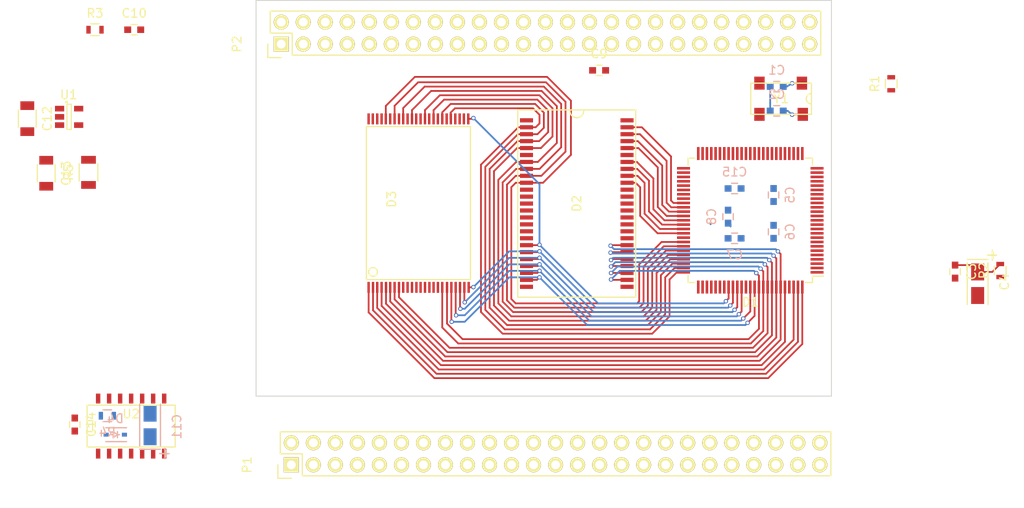
<source format=kicad_pcb>
(kicad_pcb (version 4) (host pcbnew 4.0.2-stable)

  (general
    (links 243)
    (no_connects 186)
    (area 75.240999 64.721666 178.536 113.078333)
    (thickness 1.6)
    (drawings 4)
    (tracks 382)
    (zones 0)
    (modules 29)
    (nets 101)
  )

  (page A4)
  (layers
    (0 F.Cu mixed)
    (1 In1.Cu power)
    (2 In2.Cu power)
    (31 B.Cu mixed)
    (32 B.Adhes user)
    (33 F.Adhes user)
    (34 B.Paste user)
    (35 F.Paste user)
    (36 B.SilkS user)
    (37 F.SilkS user)
    (38 B.Mask user)
    (39 F.Mask user)
    (40 Dwgs.User user)
    (41 Cmts.User user)
    (42 Eco1.User user)
    (43 Eco2.User user)
    (44 Edge.Cuts user)
    (45 Margin user)
    (46 B.CrtYd user)
    (47 F.CrtYd user)
    (48 B.Fab user)
    (49 F.Fab user)
  )

  (setup
    (last_trace_width 0.2)
    (trace_clearance 0.15)
    (zone_clearance 0.508)
    (zone_45_only no)
    (trace_min 0.15)
    (segment_width 0.2)
    (edge_width 0.1)
    (via_size 0.5)
    (via_drill 0.3)
    (via_min_size 0.3)
    (via_min_drill 0.3)
    (uvia_size 0.5)
    (uvia_drill 0.2)
    (uvias_allowed yes)
    (uvia_min_size 0.2)
    (uvia_min_drill 0.2)
    (pcb_text_width 0.3)
    (pcb_text_size 1.5 1.5)
    (mod_edge_width 0.15)
    (mod_text_size 1 1)
    (mod_text_width 0.15)
    (pad_size 1.7272 1.7272)
    (pad_drill 1.016)
    (pad_to_mask_clearance 0)
    (aux_axis_origin 0 0)
    (grid_origin 124.375 76.375)
    (visible_elements 7FFEF7FF)
    (pcbplotparams
      (layerselection 0x00030_80000001)
      (usegerberextensions false)
      (excludeedgelayer true)
      (linewidth 0.100000)
      (plotframeref false)
      (viasonmask false)
      (mode 1)
      (useauxorigin false)
      (hpglpennumber 1)
      (hpglpenspeed 20)
      (hpglpendiameter 15)
      (hpglpenoverlay 2)
      (psnegative false)
      (psa4output false)
      (plotreference true)
      (plotvalue true)
      (plotinvisibletext false)
      (padsonsilk false)
      (subtractmaskfromsilk false)
      (outputformat 1)
      (mirror false)
      (drillshape 1)
      (scaleselection 1)
      (outputdirectory ""))
  )

  (net 0 "")
  (net 1 "Net-(C1-Pad1)")
  (net 2 "Net-(C2-Pad1)")
  (net 3 "Net-(C3-Pad1)")
  (net 4 VCC)
  (net 5 "Net-(C11-Pad1)")
  (net 6 +3V3)
  (net 7 ~RSTIN)
  (net 8 ~DTACK)
  (net 9 SPMRXD)
  (net 10 ~DWE)
  (net 11 TXD)
  (net 12 ~EMUIRQ)
  (net 13 /CPU/D0)
  (net 14 /CPU/D1)
  (net 15 ~OE)
  (net 16 ~UWE)
  (net 17 ~LWE)
  (net 18 SPMTXD)
  (net 19 /CPU/D4)
  (net 20 /CPU/D3)
  (net 21 /CPU/D6)
  (net 22 /CPU/D5)
  (net 23 /CPU/D2)
  (net 24 SPMCLK)
  (net 25 RXD)
  (net 26 ~CTS)
  (net 27 ~RST)
  (net 28 ~EMUCS)
  (net 29 ~HIZ)
  (net 30 ~EMUBRK)
  (net 31 ~IRQ2)
  (net 32 ~IRQ6)
  (net 33 CLKO)
  (net 34 ~IRQ5)
  (net 35 ~IRQ3)
  (net 36 ~IRQ1)
  (net 37 ~INT2)
  (net 38 LLP)
  (net 39 ~INT3)
  (net 40 ~INT0)
  (net 41 LACD)
  (net 42 LFRM)
  (net 43 ~INT1)
  (net 44 CONTRAST)
  (net 45 LCLK)
  (net 46 /CPU/D9)
  (net 47 /CPU/D8)
  (net 48 /CPU/D7)
  (net 49 /CPU/D11)
  (net 50 /CPU/D10)
  (net 51 /CPU/D12)
  (net 52 /CPU/D13)
  (net 53 /CPU/D14)
  (net 54 /CPU/D15)
  (net 55 ~CSA1)
  (net 56 ~CSA0)
  (net 57 PWMO)
  (net 58 TOUT/TIN)
  (net 59 ~CAS1)
  (net 60 ~RAS1)
  (net 61 ~RAS0)
  (net 62 ~CSB0)
  (net 63 ~CSB1)
  (net 64 ~CAS0)
  (net 65 "Net-(D3-Pad47)")
  (net 66 PWRON)
  (net 67 ~RESET)
  (net 68 "Net-(R5-Pad2)")
  (net 69 "Net-(U2-Pad3)")
  (net 70 "Net-(U2-Pad10)")
  (net 71 "Net-(U2-Pad12)")
  (net 72 GND)
  (net 73 /CPU/A17)
  (net 74 /CPU/A18)
  (net 75 /CPU/A19)
  (net 76 /CPU/A20)
  (net 77 /CPU/A21)
  (net 78 /CPU/A22)
  (net 79 /CPU/A23)
  (net 80 /CPU/A0)
  (net 81 /CPU/A1)
  (net 82 /CPU/A2)
  (net 83 /CPU/A3)
  (net 84 /CPU/A4)
  (net 85 /CPU/A5)
  (net 86 /CPU/A6)
  (net 87 /CPU/A7)
  (net 88 /CPU/A8)
  (net 89 /CPU/A9)
  (net 90 /CPU/A10)
  (net 91 /CPU/A11)
  (net 92 /CPU/A12)
  (net 93 /CPU/A13)
  (net 94 /CPU/A14)
  (net 95 /CPU/A15)
  (net 96 /CPU/A16)
  (net 97 LD3)
  (net 98 LD2)
  (net 99 LD1)
  (net 100 LD0)

  (net_class Default "Это класс цепей по умолчанию."
    (clearance 0.15)
    (trace_width 0.2)
    (via_dia 0.5)
    (via_drill 0.3)
    (uvia_dia 0.5)
    (uvia_drill 0.2)
    (add_net +3V3)
    (add_net /CPU/A0)
    (add_net /CPU/A1)
    (add_net /CPU/A10)
    (add_net /CPU/A11)
    (add_net /CPU/A12)
    (add_net /CPU/A13)
    (add_net /CPU/A14)
    (add_net /CPU/A15)
    (add_net /CPU/A16)
    (add_net /CPU/A17)
    (add_net /CPU/A18)
    (add_net /CPU/A19)
    (add_net /CPU/A2)
    (add_net /CPU/A20)
    (add_net /CPU/A21)
    (add_net /CPU/A22)
    (add_net /CPU/A23)
    (add_net /CPU/A3)
    (add_net /CPU/A4)
    (add_net /CPU/A5)
    (add_net /CPU/A6)
    (add_net /CPU/A7)
    (add_net /CPU/A8)
    (add_net /CPU/A9)
    (add_net /CPU/D0)
    (add_net /CPU/D1)
    (add_net /CPU/D10)
    (add_net /CPU/D11)
    (add_net /CPU/D12)
    (add_net /CPU/D13)
    (add_net /CPU/D14)
    (add_net /CPU/D15)
    (add_net /CPU/D2)
    (add_net /CPU/D3)
    (add_net /CPU/D4)
    (add_net /CPU/D5)
    (add_net /CPU/D6)
    (add_net /CPU/D7)
    (add_net /CPU/D8)
    (add_net /CPU/D9)
    (add_net CLKO)
    (add_net CONTRAST)
    (add_net GND)
    (add_net LACD)
    (add_net LCLK)
    (add_net LD0)
    (add_net LD1)
    (add_net LD2)
    (add_net LD3)
    (add_net LFRM)
    (add_net LLP)
    (add_net "Net-(C1-Pad1)")
    (add_net "Net-(C11-Pad1)")
    (add_net "Net-(C2-Pad1)")
    (add_net "Net-(C3-Pad1)")
    (add_net "Net-(D3-Pad47)")
    (add_net "Net-(R5-Pad2)")
    (add_net "Net-(U2-Pad10)")
    (add_net "Net-(U2-Pad12)")
    (add_net "Net-(U2-Pad3)")
    (add_net PWMO)
    (add_net PWRON)
    (add_net RXD)
    (add_net SPMCLK)
    (add_net SPMRXD)
    (add_net SPMTXD)
    (add_net TOUT/TIN)
    (add_net TXD)
    (add_net VCC)
    (add_net ~CAS0)
    (add_net ~CAS1)
    (add_net ~CSA0)
    (add_net ~CSA1)
    (add_net ~CSB0)
    (add_net ~CSB1)
    (add_net ~CTS)
    (add_net ~DTACK)
    (add_net ~DWE)
    (add_net ~EMUBRK)
    (add_net ~EMUCS)
    (add_net ~EMUIRQ)
    (add_net ~HIZ)
    (add_net ~INT0)
    (add_net ~INT1)
    (add_net ~INT2)
    (add_net ~INT3)
    (add_net ~IRQ1)
    (add_net ~IRQ2)
    (add_net ~IRQ3)
    (add_net ~IRQ5)
    (add_net ~IRQ6)
    (add_net ~LWE)
    (add_net ~OE)
    (add_net ~RAS0)
    (add_net ~RAS1)
    (add_net ~RESET)
    (add_net ~RST)
    (add_net ~RSTIN)
    (add_net ~UWE)
  )

  (module Housings_QFP:TQFP-100_14x14mm_Pitch0.5mm (layer F.Cu) (tedit 58CC9A47) (tstamp 599B5387)
    (at 146.812 90.17 180)
    (descr "100-Lead Plastic Thin Quad Flatpack (PF) - 14x14x1 mm Body 2.00 mm Footprint [TQFP] (see Microchip Packaging Specification 00000049BS.pdf)")
    (tags "QFP 0.5")
    (path /553AB973/599B8E56)
    (attr smd)
    (fp_text reference D1 (at 0 -9.45 180) (layer F.SilkS)
      (effects (font (size 1 1) (thickness 0.15)))
    )
    (fp_text value MC68EZ328-TQFP (at 0 9.45 180) (layer F.Fab)
      (effects (font (size 1 1) (thickness 0.15)))
    )
    (fp_text user %R (at 0 0 180) (layer F.Fab)
      (effects (font (size 1 1) (thickness 0.15)))
    )
    (fp_line (start -6 -7) (end 7 -7) (layer F.Fab) (width 0.15))
    (fp_line (start 7 -7) (end 7 7) (layer F.Fab) (width 0.15))
    (fp_line (start 7 7) (end -7 7) (layer F.Fab) (width 0.15))
    (fp_line (start -7 7) (end -7 -6) (layer F.Fab) (width 0.15))
    (fp_line (start -7 -6) (end -6 -7) (layer F.Fab) (width 0.15))
    (fp_line (start -8.7 -8.7) (end -8.7 8.7) (layer F.CrtYd) (width 0.05))
    (fp_line (start 8.7 -8.7) (end 8.7 8.7) (layer F.CrtYd) (width 0.05))
    (fp_line (start -8.7 -8.7) (end 8.7 -8.7) (layer F.CrtYd) (width 0.05))
    (fp_line (start -8.7 8.7) (end 8.7 8.7) (layer F.CrtYd) (width 0.05))
    (fp_line (start -7.175 -7.175) (end -7.175 -6.45) (layer F.SilkS) (width 0.15))
    (fp_line (start 7.175 -7.175) (end 7.175 -6.375) (layer F.SilkS) (width 0.15))
    (fp_line (start 7.175 7.175) (end 7.175 6.375) (layer F.SilkS) (width 0.15))
    (fp_line (start -7.175 7.175) (end -7.175 6.375) (layer F.SilkS) (width 0.15))
    (fp_line (start -7.175 -7.175) (end -6.375 -7.175) (layer F.SilkS) (width 0.15))
    (fp_line (start -7.175 7.175) (end -6.375 7.175) (layer F.SilkS) (width 0.15))
    (fp_line (start 7.175 7.175) (end 6.375 7.175) (layer F.SilkS) (width 0.15))
    (fp_line (start 7.175 -7.175) (end 6.375 -7.175) (layer F.SilkS) (width 0.15))
    (fp_line (start -7.175 -6.45) (end -8.45 -6.45) (layer F.SilkS) (width 0.15))
    (pad 1 smd rect (at -7.7 -6 180) (size 1.5 0.3) (layers F.Cu F.Paste F.Mask)
      (net 73 /CPU/A17))
    (pad 2 smd rect (at -7.7 -5.5 180) (size 1.5 0.3) (layers F.Cu F.Paste F.Mask)
      (net 74 /CPU/A18))
    (pad 3 smd rect (at -7.7 -5 180) (size 1.5 0.3) (layers F.Cu F.Paste F.Mask)
      (net 75 /CPU/A19))
    (pad 4 smd rect (at -7.7 -4.5 180) (size 1.5 0.3) (layers F.Cu F.Paste F.Mask)
      (net 76 /CPU/A20))
    (pad 5 smd rect (at -7.7 -4 180) (size 1.5 0.3) (layers F.Cu F.Paste F.Mask)
      (net 77 /CPU/A21))
    (pad 6 smd rect (at -7.7 -3.5 180) (size 1.5 0.3) (layers F.Cu F.Paste F.Mask)
      (net 78 /CPU/A22))
    (pad 7 smd rect (at -7.7 -3 180) (size 1.5 0.3) (layers F.Cu F.Paste F.Mask)
      (net 79 /CPU/A23))
    (pad 8 smd rect (at -7.7 -2.5 180) (size 1.5 0.3) (layers F.Cu F.Paste F.Mask)
      (net 72 GND))
    (pad 9 smd rect (at -7.7 -2 180) (size 1.5 0.3) (layers F.Cu F.Paste F.Mask)
      (net 18 SPMTXD))
    (pad 10 smd rect (at -7.7 -1.5 180) (size 1.5 0.3) (layers F.Cu F.Paste F.Mask)
      (net 9 SPMRXD))
    (pad 11 smd rect (at -7.7 -1 180) (size 1.5 0.3) (layers F.Cu F.Paste F.Mask)
      (net 24 SPMCLK))
    (pad 12 smd rect (at -7.7 -0.5 180) (size 1.5 0.3) (layers F.Cu F.Paste F.Mask)
      (net 10 ~DWE))
    (pad 13 smd rect (at -7.7 0 180) (size 1.5 0.3) (layers F.Cu F.Paste F.Mask)
      (net 25 RXD))
    (pad 14 smd rect (at -7.7 0.5 180) (size 1.5 0.3) (layers F.Cu F.Paste F.Mask)
      (net 11 TXD))
    (pad 15 smd rect (at -7.7 1 180) (size 1.5 0.3) (layers F.Cu F.Paste F.Mask)
      (net 27 ~RST))
    (pad 16 smd rect (at -7.7 1.5 180) (size 1.5 0.3) (layers F.Cu F.Paste F.Mask)
      (net 26 ~CTS))
    (pad 17 smd rect (at -7.7 2 180) (size 1.5 0.3) (layers F.Cu F.Paste F.Mask)
      (net 4 VCC))
    (pad 18 smd rect (at -7.7 2.5 180) (size 1.5 0.3) (layers F.Cu F.Paste F.Mask)
      (net 12 ~EMUIRQ))
    (pad 19 smd rect (at -7.7 3 180) (size 1.5 0.3) (layers F.Cu F.Paste F.Mask)
      (net 29 ~HIZ))
    (pad 20 smd rect (at -7.7 3.5 180) (size 1.5 0.3) (layers F.Cu F.Paste F.Mask)
      (net 28 ~EMUCS))
    (pad 21 smd rect (at -7.7 4 180) (size 1.5 0.3) (layers F.Cu F.Paste F.Mask)
      (net 30 ~EMUBRK))
    (pad 22 smd rect (at -7.7 4.5 180) (size 1.5 0.3) (layers F.Cu F.Paste F.Mask)
      (net 72 GND))
    (pad 23 smd rect (at -7.7 5 180) (size 1.5 0.3) (layers F.Cu F.Paste F.Mask)
      (net 1 "Net-(C1-Pad1)"))
    (pad 24 smd rect (at -7.7 5.5 180) (size 1.5 0.3) (layers F.Cu F.Paste F.Mask)
      (net 2 "Net-(C2-Pad1)"))
    (pad 25 smd rect (at -7.7 6 180) (size 1.5 0.3) (layers F.Cu F.Paste F.Mask)
      (net 3 "Net-(C3-Pad1)"))
    (pad 26 smd rect (at -6 7.7 270) (size 1.5 0.3) (layers F.Cu F.Paste F.Mask)
      (net 33 CLKO))
    (pad 27 smd rect (at -5.5 7.7 270) (size 1.5 0.3) (layers F.Cu F.Paste F.Mask)
      (net 34 ~IRQ5))
    (pad 28 smd rect (at -5 7.7 270) (size 1.5 0.3) (layers F.Cu F.Paste F.Mask)
      (net 32 ~IRQ6))
    (pad 29 smd rect (at -4.5 7.7 270) (size 1.5 0.3) (layers F.Cu F.Paste F.Mask)
      (net 35 ~IRQ3))
    (pad 30 smd rect (at -4 7.7 270) (size 1.5 0.3) (layers F.Cu F.Paste F.Mask)
      (net 31 ~IRQ2))
    (pad 31 smd rect (at -3.5 7.7 270) (size 1.5 0.3) (layers F.Cu F.Paste F.Mask)
      (net 72 GND))
    (pad 32 smd rect (at -3 7.7 270) (size 1.5 0.3) (layers F.Cu F.Paste F.Mask)
      (net 36 ~IRQ1))
    (pad 33 smd rect (at -2.5 7.7 270) (size 1.5 0.3) (layers F.Cu F.Paste F.Mask)
      (net 39 ~INT3))
    (pad 34 smd rect (at -2 7.7 270) (size 1.5 0.3) (layers F.Cu F.Paste F.Mask)
      (net 37 ~INT2))
    (pad 35 smd rect (at -1.5 7.7 270) (size 1.5 0.3) (layers F.Cu F.Paste F.Mask)
      (net 43 ~INT1))
    (pad 36 smd rect (at -1 7.7 270) (size 1.5 0.3) (layers F.Cu F.Paste F.Mask)
      (net 40 ~INT0))
    (pad 37 smd rect (at -0.5 7.7 270) (size 1.5 0.3) (layers F.Cu F.Paste F.Mask)
      (net 44 CONTRAST))
    (pad 38 smd rect (at 0 7.7 270) (size 1.5 0.3) (layers F.Cu F.Paste F.Mask)
      (net 41 LACD))
    (pad 39 smd rect (at 0.5 7.7 270) (size 1.5 0.3) (layers F.Cu F.Paste F.Mask)
      (net 45 LCLK))
    (pad 40 smd rect (at 1 7.7 270) (size 1.5 0.3) (layers F.Cu F.Paste F.Mask)
      (net 4 VCC))
    (pad 41 smd rect (at 1.5 7.7 270) (size 1.5 0.3) (layers F.Cu F.Paste F.Mask)
      (net 38 LLP))
    (pad 42 smd rect (at 2 7.7 270) (size 1.5 0.3) (layers F.Cu F.Paste F.Mask)
      (net 42 LFRM))
    (pad 43 smd rect (at 2.5 7.7 270) (size 1.5 0.3) (layers F.Cu F.Paste F.Mask)
      (net 97 LD3))
    (pad 44 smd rect (at 3 7.7 270) (size 1.5 0.3) (layers F.Cu F.Paste F.Mask)
      (net 98 LD2))
    (pad 45 smd rect (at 3.5 7.7 270) (size 1.5 0.3) (layers F.Cu F.Paste F.Mask)
      (net 99 LD1))
    (pad 46 smd rect (at 4 7.7 270) (size 1.5 0.3) (layers F.Cu F.Paste F.Mask)
      (net 100 LD0))
    (pad 47 smd rect (at 4.5 7.7 270) (size 1.5 0.3) (layers F.Cu F.Paste F.Mask)
      (net 57 PWMO))
    (pad 48 smd rect (at 5 7.7 270) (size 1.5 0.3) (layers F.Cu F.Paste F.Mask)
      (net 58 TOUT/TIN))
    (pad 49 smd rect (at 5.5 7.7 270) (size 1.5 0.3) (layers F.Cu F.Paste F.Mask)
      (net 72 GND))
    (pad 50 smd rect (at 6 7.7 270) (size 1.5 0.3) (layers F.Cu F.Paste F.Mask)
      (net 59 ~CAS1))
    (pad 51 smd rect (at 7.7 6 180) (size 1.5 0.3) (layers F.Cu F.Paste F.Mask)
      (net 64 ~CAS0))
    (pad 52 smd rect (at 7.7 5.5 180) (size 1.5 0.3) (layers F.Cu F.Paste F.Mask)
      (net 60 ~RAS1))
    (pad 53 smd rect (at 7.7 5 180) (size 1.5 0.3) (layers F.Cu F.Paste F.Mask)
      (net 61 ~RAS0))
    (pad 54 smd rect (at 7.7 4.5 180) (size 1.5 0.3) (layers F.Cu F.Paste F.Mask)
      (net 63 ~CSB1))
    (pad 55 smd rect (at 7.7 4 180) (size 1.5 0.3) (layers F.Cu F.Paste F.Mask)
      (net 62 ~CSB0))
    (pad 56 smd rect (at 7.7 3.5 180) (size 1.5 0.3) (layers F.Cu F.Paste F.Mask)
      (net 55 ~CSA1))
    (pad 57 smd rect (at 7.7 3 180) (size 1.5 0.3) (layers F.Cu F.Paste F.Mask)
      (net 56 ~CSA0))
    (pad 58 smd rect (at 7.7 2.5 180) (size 1.5 0.3) (layers F.Cu F.Paste F.Mask)
      (net 4 VCC))
    (pad 59 smd rect (at 7.7 2 180) (size 1.5 0.3) (layers F.Cu F.Paste F.Mask)
      (net 54 /CPU/D15))
    (pad 60 smd rect (at 7.7 1.5 180) (size 1.5 0.3) (layers F.Cu F.Paste F.Mask)
      (net 53 /CPU/D14))
    (pad 61 smd rect (at 7.7 1 180) (size 1.5 0.3) (layers F.Cu F.Paste F.Mask)
      (net 52 /CPU/D13))
    (pad 62 smd rect (at 7.7 0.5 180) (size 1.5 0.3) (layers F.Cu F.Paste F.Mask)
      (net 51 /CPU/D12))
    (pad 63 smd rect (at 7.7 0 180) (size 1.5 0.3) (layers F.Cu F.Paste F.Mask)
      (net 49 /CPU/D11))
    (pad 64 smd rect (at 7.7 -0.5 180) (size 1.5 0.3) (layers F.Cu F.Paste F.Mask)
      (net 50 /CPU/D10))
    (pad 65 smd rect (at 7.7 -1 180) (size 1.5 0.3) (layers F.Cu F.Paste F.Mask)
      (net 46 /CPU/D9))
    (pad 66 smd rect (at 7.7 -1.5 180) (size 1.5 0.3) (layers F.Cu F.Paste F.Mask)
      (net 47 /CPU/D8))
    (pad 67 smd rect (at 7.7 -2 180) (size 1.5 0.3) (layers F.Cu F.Paste F.Mask)
      (net 72 GND))
    (pad 68 smd rect (at 7.7 -2.5 180) (size 1.5 0.3) (layers F.Cu F.Paste F.Mask)
      (net 48 /CPU/D7))
    (pad 69 smd rect (at 7.7 -3 180) (size 1.5 0.3) (layers F.Cu F.Paste F.Mask)
      (net 21 /CPU/D6))
    (pad 70 smd rect (at 7.7 -3.5 180) (size 1.5 0.3) (layers F.Cu F.Paste F.Mask)
      (net 22 /CPU/D5))
    (pad 71 smd rect (at 7.7 -4 180) (size 1.5 0.3) (layers F.Cu F.Paste F.Mask)
      (net 19 /CPU/D4))
    (pad 72 smd rect (at 7.7 -4.5 180) (size 1.5 0.3) (layers F.Cu F.Paste F.Mask)
      (net 20 /CPU/D3))
    (pad 73 smd rect (at 7.7 -5 180) (size 1.5 0.3) (layers F.Cu F.Paste F.Mask)
      (net 23 /CPU/D2))
    (pad 74 smd rect (at 7.7 -5.5 180) (size 1.5 0.3) (layers F.Cu F.Paste F.Mask)
      (net 14 /CPU/D1))
    (pad 75 smd rect (at 7.7 -6 180) (size 1.5 0.3) (layers F.Cu F.Paste F.Mask)
      (net 13 /CPU/D0))
    (pad 76 smd rect (at 6 -7.7 270) (size 1.5 0.3) (layers F.Cu F.Paste F.Mask)
      (net 8 ~DTACK))
    (pad 77 smd rect (at 5.5 -7.7 270) (size 1.5 0.3) (layers F.Cu F.Paste F.Mask)
      (net 7 ~RSTIN))
    (pad 78 smd rect (at 5 -7.7 270) (size 1.5 0.3) (layers F.Cu F.Paste F.Mask)
      (net 4 VCC))
    (pad 79 smd rect (at 4.5 -7.7 270) (size 1.5 0.3) (layers F.Cu F.Paste F.Mask)
      (net 15 ~OE))
    (pad 80 smd rect (at 4 -7.7 270) (size 1.5 0.3) (layers F.Cu F.Paste F.Mask)
      (net 16 ~UWE))
    (pad 81 smd rect (at 3.5 -7.7 270) (size 1.5 0.3) (layers F.Cu F.Paste F.Mask)
      (net 17 ~LWE))
    (pad 82 smd rect (at 3 -7.7 270) (size 1.5 0.3) (layers F.Cu F.Paste F.Mask)
      (net 80 /CPU/A0))
    (pad 83 smd rect (at 2.5 -7.7 270) (size 1.5 0.3) (layers F.Cu F.Paste F.Mask)
      (net 81 /CPU/A1))
    (pad 84 smd rect (at 2 -7.7 270) (size 1.5 0.3) (layers F.Cu F.Paste F.Mask)
      (net 82 /CPU/A2))
    (pad 85 smd rect (at 1.5 -7.7 270) (size 1.5 0.3) (layers F.Cu F.Paste F.Mask)
      (net 83 /CPU/A3))
    (pad 86 smd rect (at 1 -7.7 270) (size 1.5 0.3) (layers F.Cu F.Paste F.Mask)
      (net 84 /CPU/A4))
    (pad 87 smd rect (at 0.5 -7.7 270) (size 1.5 0.3) (layers F.Cu F.Paste F.Mask)
      (net 72 GND))
    (pad 88 smd rect (at 0 -7.7 270) (size 1.5 0.3) (layers F.Cu F.Paste F.Mask)
      (net 85 /CPU/A5))
    (pad 89 smd rect (at -0.5 -7.7 270) (size 1.5 0.3) (layers F.Cu F.Paste F.Mask)
      (net 86 /CPU/A6))
    (pad 90 smd rect (at -1 -7.7 270) (size 1.5 0.3) (layers F.Cu F.Paste F.Mask)
      (net 87 /CPU/A7))
    (pad 91 smd rect (at -1.5 -7.7 270) (size 1.5 0.3) (layers F.Cu F.Paste F.Mask)
      (net 88 /CPU/A8))
    (pad 92 smd rect (at -2 -7.7 270) (size 1.5 0.3) (layers F.Cu F.Paste F.Mask)
      (net 89 /CPU/A9))
    (pad 93 smd rect (at -2.5 -7.7 270) (size 1.5 0.3) (layers F.Cu F.Paste F.Mask)
      (net 90 /CPU/A10))
    (pad 94 smd rect (at -3 -7.7 270) (size 1.5 0.3) (layers F.Cu F.Paste F.Mask)
      (net 91 /CPU/A11))
    (pad 95 smd rect (at -3.5 -7.7 270) (size 1.5 0.3) (layers F.Cu F.Paste F.Mask)
      (net 92 /CPU/A12))
    (pad 96 smd rect (at -4 -7.7 270) (size 1.5 0.3) (layers F.Cu F.Paste F.Mask)
      (net 93 /CPU/A13))
    (pad 97 smd rect (at -4.5 -7.7 270) (size 1.5 0.3) (layers F.Cu F.Paste F.Mask)
      (net 4 VCC))
    (pad 98 smd rect (at -5 -7.7 270) (size 1.5 0.3) (layers F.Cu F.Paste F.Mask)
      (net 94 /CPU/A14))
    (pad 99 smd rect (at -5.5 -7.7 270) (size 1.5 0.3) (layers F.Cu F.Paste F.Mask)
      (net 95 /CPU/A15))
    (pad 100 smd rect (at -6 -7.7 270) (size 1.5 0.3) (layers F.Cu F.Paste F.Mask)
      (net 96 /CPU/A16))
    (model ${KISYS3DMOD}/Housings_QFP.3dshapes/TQFP-100_14x14mm_Pitch0.5mm.wrl
      (at (xyz 0 0 0))
      (scale (xyz 1 1 1))
      (rotate (xyz 0 0 0))
    )
  )

  (module mc68-k-pc:TSOP_II_50 (layer F.Cu) (tedit 555AD23A) (tstamp 555BA35E)
    (at 126.7968 88.2396 270)
    (path /553D71F1/553F206B)
    (fp_text reference D2 (at 0 0 270) (layer F.SilkS)
      (effects (font (size 1 1) (thickness 0.15)))
    )
    (fp_text value K4E641612D (at 0 -2.2 270) (layer F.Fab)
      (effects (font (size 1 1) (thickness 0.15)))
    )
    (fp_arc (start -10.7 0) (end -10.7 0.8) (angle -180) (layer F.SilkS) (width 0.15))
    (fp_line (start -10.8 -6.8) (end 10.8 -6.8) (layer F.SilkS) (width 0.15))
    (fp_line (start 10.8 -6.8) (end 10.8 6.8) (layer F.SilkS) (width 0.15))
    (fp_line (start 10.8 6.8) (end -10.8 6.8) (layer F.SilkS) (width 0.15))
    (fp_line (start -10.8 6.8) (end -10.8 -6.8) (layer F.SilkS) (width 0.15))
    (pad 26 smd rect (at 9.6 -5.8 270) (size 0.485 1.51) (layers F.Cu F.Paste F.Mask)
      (net 72 GND))
    (pad 27 smd rect (at 8.8 -5.8 270) (size 0.485 1.51) (layers F.Cu F.Paste F.Mask)
      (net 87 /CPU/A7))
    (pad 28 smd rect (at 8 -5.8 270) (size 0.485 1.51) (layers F.Cu F.Paste F.Mask)
      (net 88 /CPU/A8))
    (pad 29 smd rect (at 7.2 -5.8 270) (size 0.485 1.51) (layers F.Cu F.Paste F.Mask)
      (net 89 /CPU/A9))
    (pad 30 smd rect (at 6.4 -5.8 270) (size 0.485 1.51) (layers F.Cu F.Paste F.Mask)
      (net 90 /CPU/A10))
    (pad 31 smd rect (at 5.6 -5.8 270) (size 0.485 1.51) (layers F.Cu F.Paste F.Mask)
      (net 91 /CPU/A11))
    (pad 32 smd rect (at 4.8 -5.8 270) (size 0.485 1.51) (layers F.Cu F.Paste F.Mask)
      (net 92 /CPU/A12))
    (pad 33 smd rect (at 4 -5.8 270) (size 0.485 1.51) (layers F.Cu F.Paste F.Mask))
    (pad 34 smd rect (at 3.2 -5.8 270) (size 0.485 1.51) (layers F.Cu F.Paste F.Mask))
    (pad 35 smd rect (at 2.4 -5.8 270) (size 0.485 1.51) (layers F.Cu F.Paste F.Mask))
    (pad 36 smd rect (at 1.6 -5.8 270) (size 0.485 1.51) (layers F.Cu F.Paste F.Mask)
      (net 15 ~OE))
    (pad 37 smd rect (at 0.8 -5.8 270) (size 0.485 1.51) (layers F.Cu F.Paste F.Mask)
      (net 59 ~CAS1))
    (pad 38 smd rect (at 0 -5.8 270) (size 0.485 1.51) (layers F.Cu F.Paste F.Mask)
      (net 64 ~CAS0))
    (pad 39 smd rect (at -0.8 -5.8 270) (size 0.485 1.51) (layers F.Cu F.Paste F.Mask)
      (net 72 GND))
    (pad 40 smd rect (at -1.6 -5.8 270) (size 0.485 1.51) (layers F.Cu F.Paste F.Mask))
    (pad 41 smd rect (at -2.4 -5.8 270) (size 0.485 1.51) (layers F.Cu F.Paste F.Mask)
      (net 47 /CPU/D8))
    (pad 42 smd rect (at -3.2 -5.8 270) (size 0.485 1.51) (layers F.Cu F.Paste F.Mask)
      (net 46 /CPU/D9))
    (pad 43 smd rect (at -4 -5.8 270) (size 0.485 1.51) (layers F.Cu F.Paste F.Mask)
      (net 50 /CPU/D10))
    (pad 44 smd rect (at -4.8 -5.8 270) (size 0.485 1.51) (layers F.Cu F.Paste F.Mask)
      (net 49 /CPU/D11))
    (pad 45 smd rect (at -5.6 -5.8 270) (size 0.485 1.51) (layers F.Cu F.Paste F.Mask)
      (net 72 GND))
    (pad 46 smd rect (at -6.4 -5.8 270) (size 0.485 1.51) (layers F.Cu F.Paste F.Mask)
      (net 51 /CPU/D12))
    (pad 47 smd rect (at -7.2 -5.8 270) (size 0.485 1.51) (layers F.Cu F.Paste F.Mask)
      (net 52 /CPU/D13))
    (pad 48 smd rect (at -8 -5.8 270) (size 0.485 1.51) (layers F.Cu F.Paste F.Mask)
      (net 53 /CPU/D14))
    (pad 49 smd rect (at -8.8 -5.8 270) (size 0.485 1.51) (layers F.Cu F.Paste F.Mask)
      (net 54 /CPU/D15))
    (pad 50 smd rect (at -9.6 -5.8 270) (size 0.485 1.51) (layers F.Cu F.Paste F.Mask)
      (net 72 GND))
    (pad 1 smd rect (at -9.6 5.8 270) (size 0.485 1.51) (layers F.Cu F.Paste F.Mask)
      (net 4 VCC))
    (pad 2 smd rect (at -8.8 5.8 270) (size 0.485 1.51) (layers F.Cu F.Paste F.Mask)
      (net 13 /CPU/D0))
    (pad 3 smd rect (at -8 5.8 270) (size 0.485 1.51) (layers F.Cu F.Paste F.Mask)
      (net 14 /CPU/D1))
    (pad 4 smd rect (at -7.2 5.8 270) (size 0.485 1.51) (layers F.Cu F.Paste F.Mask)
      (net 23 /CPU/D2))
    (pad 5 smd rect (at -6.4 5.8 270) (size 0.485 1.51) (layers F.Cu F.Paste F.Mask)
      (net 20 /CPU/D3))
    (pad 6 smd rect (at -5.6 5.8 270) (size 0.485 1.51) (layers F.Cu F.Paste F.Mask)
      (net 4 VCC))
    (pad 7 smd rect (at -4.8 5.8 270) (size 0.485 1.51) (layers F.Cu F.Paste F.Mask)
      (net 19 /CPU/D4))
    (pad 8 smd rect (at -4 5.8 270) (size 0.485 1.51) (layers F.Cu F.Paste F.Mask)
      (net 22 /CPU/D5))
    (pad 9 smd rect (at -3.2 5.8 270) (size 0.485 1.51) (layers F.Cu F.Paste F.Mask)
      (net 21 /CPU/D6))
    (pad 10 smd rect (at -2.4 5.8 270) (size 0.485 1.51) (layers F.Cu F.Paste F.Mask)
      (net 48 /CPU/D7))
    (pad 11 smd rect (at -1.6 5.8 270) (size 0.485 1.51) (layers F.Cu F.Paste F.Mask))
    (pad 12 smd rect (at -0.8 5.8 270) (size 0.485 1.51) (layers F.Cu F.Paste F.Mask)
      (net 4 VCC))
    (pad 13 smd rect (at 0 5.8 270) (size 0.485 1.51) (layers F.Cu F.Paste F.Mask)
      (net 10 ~DWE))
    (pad 14 smd rect (at 0.8 5.8 270) (size 0.485 1.51) (layers F.Cu F.Paste F.Mask)
      (net 61 ~RAS0))
    (pad 15 smd rect (at 1.6 5.8 270) (size 0.485 1.51) (layers F.Cu F.Paste F.Mask))
    (pad 16 smd rect (at 2.4 5.8 270) (size 0.485 1.51) (layers F.Cu F.Paste F.Mask))
    (pad 17 smd rect (at 3.2 5.8 270) (size 0.485 1.51) (layers F.Cu F.Paste F.Mask))
    (pad 18 smd rect (at 4 5.8 270) (size 0.485 1.51) (layers F.Cu F.Paste F.Mask))
    (pad 19 smd rect (at 4.8 5.8 270) (size 0.485 1.51) (layers F.Cu F.Paste F.Mask)
      (net 81 /CPU/A1))
    (pad 20 smd rect (at 5.6 5.8 270) (size 0.485 1.51) (layers F.Cu F.Paste F.Mask)
      (net 82 /CPU/A2))
    (pad 21 smd rect (at 6.4 5.8 270) (size 0.485 1.51) (layers F.Cu F.Paste F.Mask)
      (net 83 /CPU/A3))
    (pad 22 smd rect (at 7.2 5.8 270) (size 0.485 1.51) (layers F.Cu F.Paste F.Mask)
      (net 84 /CPU/A4))
    (pad 23 smd rect (at 8 5.8 270) (size 0.485 1.51) (layers F.Cu F.Paste F.Mask)
      (net 85 /CPU/A5))
    (pad 24 smd rect (at 8.8 5.8 270) (size 0.485 1.51) (layers F.Cu F.Paste F.Mask)
      (net 86 /CPU/A6))
    (pad 25 smd rect (at 9.6 5.8 270) (size 0.485 1.51) (layers F.Cu F.Paste F.Mask)
      (net 4 VCC))
  )

  (module Capacitors_SMD:C_0603 (layer B.Cu) (tedit 5415D631) (tstamp 555BA23B)
    (at 149.86 74.7522 180)
    (descr "Capacitor SMD 0603, reflow soldering, AVX (see smccp.pdf)")
    (tags "capacitor 0603")
    (path /553AB973/553ABBFB)
    (attr smd)
    (fp_text reference C1 (at 0 1.9 180) (layer B.SilkS)
      (effects (font (size 1 1) (thickness 0.15)) (justify mirror))
    )
    (fp_text value 22p (at 0 -1.9 180) (layer B.Fab)
      (effects (font (size 1 1) (thickness 0.15)) (justify mirror))
    )
    (fp_line (start -1.45 0.75) (end 1.45 0.75) (layer B.CrtYd) (width 0.05))
    (fp_line (start -1.45 -0.75) (end 1.45 -0.75) (layer B.CrtYd) (width 0.05))
    (fp_line (start -1.45 0.75) (end -1.45 -0.75) (layer B.CrtYd) (width 0.05))
    (fp_line (start 1.45 0.75) (end 1.45 -0.75) (layer B.CrtYd) (width 0.05))
    (fp_line (start -0.35 0.6) (end 0.35 0.6) (layer B.SilkS) (width 0.15))
    (fp_line (start 0.35 -0.6) (end -0.35 -0.6) (layer B.SilkS) (width 0.15))
    (pad 1 smd rect (at -0.75 0 180) (size 0.8 0.75) (layers B.Cu B.Paste B.Mask)
      (net 1 "Net-(C1-Pad1)"))
    (pad 2 smd rect (at 0.75 0 180) (size 0.8 0.75) (layers B.Cu B.Paste B.Mask)
      (net 72 GND))
    (model Capacitors_SMD.3dshapes/C_0603.wrl
      (at (xyz 0 0 0))
      (scale (xyz 1 1 1))
      (rotate (xyz 0 0 0))
    )
  )

  (module Capacitors_SMD:C_0603 (layer B.Cu) (tedit 5415D631) (tstamp 555BA241)
    (at 149.86 77.5462 180)
    (descr "Capacitor SMD 0603, reflow soldering, AVX (see smccp.pdf)")
    (tags "capacitor 0603")
    (path /553AB973/553ABC19)
    (attr smd)
    (fp_text reference C2 (at 0 1.9 180) (layer B.SilkS)
      (effects (font (size 1 1) (thickness 0.15)) (justify mirror))
    )
    (fp_text value 22p (at 0 -1.9 180) (layer B.Fab)
      (effects (font (size 1 1) (thickness 0.15)) (justify mirror))
    )
    (fp_line (start -1.45 0.75) (end 1.45 0.75) (layer B.CrtYd) (width 0.05))
    (fp_line (start -1.45 -0.75) (end 1.45 -0.75) (layer B.CrtYd) (width 0.05))
    (fp_line (start -1.45 0.75) (end -1.45 -0.75) (layer B.CrtYd) (width 0.05))
    (fp_line (start 1.45 0.75) (end 1.45 -0.75) (layer B.CrtYd) (width 0.05))
    (fp_line (start -0.35 0.6) (end 0.35 0.6) (layer B.SilkS) (width 0.15))
    (fp_line (start 0.35 -0.6) (end -0.35 -0.6) (layer B.SilkS) (width 0.15))
    (pad 1 smd rect (at -0.75 0 180) (size 0.8 0.75) (layers B.Cu B.Paste B.Mask)
      (net 2 "Net-(C2-Pad1)"))
    (pad 2 smd rect (at 0.75 0 180) (size 0.8 0.75) (layers B.Cu B.Paste B.Mask)
      (net 72 GND))
    (model Capacitors_SMD.3dshapes/C_0603.wrl
      (at (xyz 0 0 0))
      (scale (xyz 1 1 1))
      (rotate (xyz 0 0 0))
    )
  )

  (module Capacitors_SMD:C_0603 (layer F.Cu) (tedit 5415D631) (tstamp 555BA247)
    (at 170.434 96.0882 270)
    (descr "Capacitor SMD 0603, reflow soldering, AVX (see smccp.pdf)")
    (tags "capacitor 0603")
    (path /553AB973/553ABDC7)
    (attr smd)
    (fp_text reference C3 (at 0 -1.9 270) (layer F.SilkS)
      (effects (font (size 1 1) (thickness 0.15)))
    )
    (fp_text value 0.1uc (at 0 1.9 270) (layer F.Fab)
      (effects (font (size 1 1) (thickness 0.15)))
    )
    (fp_line (start -1.45 -0.75) (end 1.45 -0.75) (layer F.CrtYd) (width 0.05))
    (fp_line (start -1.45 0.75) (end 1.45 0.75) (layer F.CrtYd) (width 0.05))
    (fp_line (start -1.45 -0.75) (end -1.45 0.75) (layer F.CrtYd) (width 0.05))
    (fp_line (start 1.45 -0.75) (end 1.45 0.75) (layer F.CrtYd) (width 0.05))
    (fp_line (start -0.35 -0.6) (end 0.35 -0.6) (layer F.SilkS) (width 0.15))
    (fp_line (start 0.35 0.6) (end -0.35 0.6) (layer F.SilkS) (width 0.15))
    (pad 1 smd rect (at -0.75 0 270) (size 0.8 0.75) (layers F.Cu F.Paste F.Mask)
      (net 3 "Net-(C3-Pad1)"))
    (pad 2 smd rect (at 0.75 0 270) (size 0.8 0.75) (layers F.Cu F.Paste F.Mask)
      (net 72 GND))
    (model Capacitors_SMD.3dshapes/C_0603.wrl
      (at (xyz 0 0 0))
      (scale (xyz 1 1 1))
      (rotate (xyz 0 0 0))
    )
  )

  (module Capacitors_Tantalum_SMD:TantalC_SizeA_EIA-3216_Reflow (layer F.Cu) (tedit 0) (tstamp 555BA24D)
    (at 173.0375 97.4852 270)
    (descr "Tantal Cap. , Size A, EIA-3216, Reflow,")
    (tags "Tantal Cap. , Size A, EIA-3216, reflow,")
    (path /553AB973/553ABE1B)
    (attr smd)
    (fp_text reference C4 (at -0.20066 -3.0988 270) (layer F.SilkS)
      (effects (font (size 1 1) (thickness 0.15)))
    )
    (fp_text value 4.7uc (at -0.09906 3.0988 270) (layer F.Fab)
      (effects (font (size 1 1) (thickness 0.15)))
    )
    (fp_text user + (at -3.29946 -1.69926 270) (layer F.SilkS)
      (effects (font (size 1 1) (thickness 0.15)))
    )
    (fp_line (start 1.6002 -1.19888) (end 2.4003 -1.19888) (layer F.SilkS) (width 0.15))
    (fp_line (start -1.6002 -1.19888) (end -2.4003 -1.19888) (layer F.SilkS) (width 0.15))
    (fp_line (start -1.6002 1.19888) (end -2.4003 1.19888) (layer F.SilkS) (width 0.15))
    (fp_line (start 1.6002 1.19888) (end 2.4003 1.19888) (layer F.SilkS) (width 0.15))
    (fp_line (start -3.29946 -2.19964) (end -3.29946 -1.09982) (layer F.SilkS) (width 0.15))
    (fp_line (start -3.8989 -1.69926) (end -2.70002 -1.69926) (layer F.SilkS) (width 0.15))
    (fp_line (start -2.79908 -1.19888) (end -2.79908 1.19888) (layer F.SilkS) (width 0.15))
    (fp_line (start 1.6002 -1.19888) (end -1.6002 -1.19888) (layer F.SilkS) (width 0.15))
    (fp_line (start 1.6002 1.19888) (end -1.6002 1.19888) (layer F.SilkS) (width 0.15))
    (pad 2 smd rect (at 1.3589 0 270) (size 1.95072 1.50114) (layers F.Cu F.Paste F.Mask)
      (net 72 GND))
    (pad 1 smd rect (at -1.3589 0 270) (size 1.95072 1.50114) (layers F.Cu F.Paste F.Mask)
      (net 3 "Net-(C3-Pad1)"))
    (model Capacitors_Tantalum_SMD.3dshapes/TantalC_SizeA_EIA-3216_Reflow.wrl
      (at (xyz 0 0 0))
      (scale (xyz 1 1 1))
      (rotate (xyz 0 0 180))
    )
  )

  (module Capacitors_SMD:C_0603 (layer B.Cu) (tedit 5415D631) (tstamp 555BA253)
    (at 149.5 87.25 90)
    (descr "Capacitor SMD 0603, reflow soldering, AVX (see smccp.pdf)")
    (tags "capacitor 0603")
    (path /553AB973/553C47BB)
    (attr smd)
    (fp_text reference C5 (at 0 1.9 90) (layer B.SilkS)
      (effects (font (size 1 1) (thickness 0.15)) (justify mirror))
    )
    (fp_text value 0.1uc (at 0 -1.9 90) (layer B.Fab)
      (effects (font (size 1 1) (thickness 0.15)) (justify mirror))
    )
    (fp_line (start -1.45 0.75) (end 1.45 0.75) (layer B.CrtYd) (width 0.05))
    (fp_line (start -1.45 -0.75) (end 1.45 -0.75) (layer B.CrtYd) (width 0.05))
    (fp_line (start -1.45 0.75) (end -1.45 -0.75) (layer B.CrtYd) (width 0.05))
    (fp_line (start 1.45 0.75) (end 1.45 -0.75) (layer B.CrtYd) (width 0.05))
    (fp_line (start -0.35 0.6) (end 0.35 0.6) (layer B.SilkS) (width 0.15))
    (fp_line (start 0.35 -0.6) (end -0.35 -0.6) (layer B.SilkS) (width 0.15))
    (pad 1 smd rect (at -0.75 0 90) (size 0.8 0.75) (layers B.Cu B.Paste B.Mask)
      (net 4 VCC))
    (pad 2 smd rect (at 0.75 0 90) (size 0.8 0.75) (layers B.Cu B.Paste B.Mask)
      (net 72 GND))
    (model Capacitors_SMD.3dshapes/C_0603.wrl
      (at (xyz 0 0 0))
      (scale (xyz 1 1 1))
      (rotate (xyz 0 0 0))
    )
  )

  (module Capacitors_SMD:C_0603 (layer B.Cu) (tedit 5415D631) (tstamp 555BA259)
    (at 149.5 91.5 90)
    (descr "Capacitor SMD 0603, reflow soldering, AVX (see smccp.pdf)")
    (tags "capacitor 0603")
    (path /553AB973/553C489E)
    (attr smd)
    (fp_text reference C6 (at 0 1.9 90) (layer B.SilkS)
      (effects (font (size 1 1) (thickness 0.15)) (justify mirror))
    )
    (fp_text value 0.1uc (at 0 -1.9 90) (layer B.Fab)
      (effects (font (size 1 1) (thickness 0.15)) (justify mirror))
    )
    (fp_line (start -1.45 0.75) (end 1.45 0.75) (layer B.CrtYd) (width 0.05))
    (fp_line (start -1.45 -0.75) (end 1.45 -0.75) (layer B.CrtYd) (width 0.05))
    (fp_line (start -1.45 0.75) (end -1.45 -0.75) (layer B.CrtYd) (width 0.05))
    (fp_line (start 1.45 0.75) (end 1.45 -0.75) (layer B.CrtYd) (width 0.05))
    (fp_line (start -0.35 0.6) (end 0.35 0.6) (layer B.SilkS) (width 0.15))
    (fp_line (start 0.35 -0.6) (end -0.35 -0.6) (layer B.SilkS) (width 0.15))
    (pad 1 smd rect (at -0.75 0 90) (size 0.8 0.75) (layers B.Cu B.Paste B.Mask)
      (net 4 VCC))
    (pad 2 smd rect (at 0.75 0 90) (size 0.8 0.75) (layers B.Cu B.Paste B.Mask)
      (net 72 GND))
    (model Capacitors_SMD.3dshapes/C_0603.wrl
      (at (xyz 0 0 0))
      (scale (xyz 1 1 1))
      (rotate (xyz 0 0 0))
    )
  )

  (module Capacitors_SMD:C_0603 (layer B.Cu) (tedit 5415D631) (tstamp 555BA25F)
    (at 145 92.25)
    (descr "Capacitor SMD 0603, reflow soldering, AVX (see smccp.pdf)")
    (tags "capacitor 0603")
    (path /553AB973/553C48D6)
    (attr smd)
    (fp_text reference C7 (at 0 1.9) (layer B.SilkS)
      (effects (font (size 1 1) (thickness 0.15)) (justify mirror))
    )
    (fp_text value 0.1uc (at 0 -1.9) (layer B.Fab)
      (effects (font (size 1 1) (thickness 0.15)) (justify mirror))
    )
    (fp_line (start -1.45 0.75) (end 1.45 0.75) (layer B.CrtYd) (width 0.05))
    (fp_line (start -1.45 -0.75) (end 1.45 -0.75) (layer B.CrtYd) (width 0.05))
    (fp_line (start -1.45 0.75) (end -1.45 -0.75) (layer B.CrtYd) (width 0.05))
    (fp_line (start 1.45 0.75) (end 1.45 -0.75) (layer B.CrtYd) (width 0.05))
    (fp_line (start -0.35 0.6) (end 0.35 0.6) (layer B.SilkS) (width 0.15))
    (fp_line (start 0.35 -0.6) (end -0.35 -0.6) (layer B.SilkS) (width 0.15))
    (pad 1 smd rect (at -0.75 0) (size 0.8 0.75) (layers B.Cu B.Paste B.Mask)
      (net 4 VCC))
    (pad 2 smd rect (at 0.75 0) (size 0.8 0.75) (layers B.Cu B.Paste B.Mask)
      (net 72 GND))
    (model Capacitors_SMD.3dshapes/C_0603.wrl
      (at (xyz 0 0 0))
      (scale (xyz 1 1 1))
      (rotate (xyz 0 0 0))
    )
  )

  (module Capacitors_SMD:C_0603 (layer B.Cu) (tedit 5415D631) (tstamp 555BA265)
    (at 144.25 89.75 270)
    (descr "Capacitor SMD 0603, reflow soldering, AVX (see smccp.pdf)")
    (tags "capacitor 0603")
    (path /553AB973/553C4E84)
    (attr smd)
    (fp_text reference C8 (at 0 1.9 270) (layer B.SilkS)
      (effects (font (size 1 1) (thickness 0.15)) (justify mirror))
    )
    (fp_text value 0.1uc (at 0 -1.9 270) (layer B.Fab)
      (effects (font (size 1 1) (thickness 0.15)) (justify mirror))
    )
    (fp_line (start -1.45 0.75) (end 1.45 0.75) (layer B.CrtYd) (width 0.05))
    (fp_line (start -1.45 -0.75) (end 1.45 -0.75) (layer B.CrtYd) (width 0.05))
    (fp_line (start -1.45 0.75) (end -1.45 -0.75) (layer B.CrtYd) (width 0.05))
    (fp_line (start 1.45 0.75) (end 1.45 -0.75) (layer B.CrtYd) (width 0.05))
    (fp_line (start -0.35 0.6) (end 0.35 0.6) (layer B.SilkS) (width 0.15))
    (fp_line (start 0.35 -0.6) (end -0.35 -0.6) (layer B.SilkS) (width 0.15))
    (pad 1 smd rect (at -0.75 0 270) (size 0.8 0.75) (layers B.Cu B.Paste B.Mask)
      (net 4 VCC))
    (pad 2 smd rect (at 0.75 0 270) (size 0.8 0.75) (layers B.Cu B.Paste B.Mask)
      (net 72 GND))
    (model Capacitors_SMD.3dshapes/C_0603.wrl
      (at (xyz 0 0 0))
      (scale (xyz 1 1 1))
      (rotate (xyz 0 0 0))
    )
  )

  (module Capacitors_SMD:C_0603 (layer F.Cu) (tedit 5415D631) (tstamp 555BA26B)
    (at 129.375 72.875)
    (descr "Capacitor SMD 0603, reflow soldering, AVX (see smccp.pdf)")
    (tags "capacitor 0603")
    (path /553D71F1/554158F3)
    (attr smd)
    (fp_text reference C9 (at 0 -1.9) (layer F.SilkS)
      (effects (font (size 1 1) (thickness 0.15)))
    )
    (fp_text value 0.1uc (at 0 1.9) (layer F.Fab)
      (effects (font (size 1 1) (thickness 0.15)))
    )
    (fp_line (start -1.45 -0.75) (end 1.45 -0.75) (layer F.CrtYd) (width 0.05))
    (fp_line (start -1.45 0.75) (end 1.45 0.75) (layer F.CrtYd) (width 0.05))
    (fp_line (start -1.45 -0.75) (end -1.45 0.75) (layer F.CrtYd) (width 0.05))
    (fp_line (start 1.45 -0.75) (end 1.45 0.75) (layer F.CrtYd) (width 0.05))
    (fp_line (start -0.35 -0.6) (end 0.35 -0.6) (layer F.SilkS) (width 0.15))
    (fp_line (start 0.35 0.6) (end -0.35 0.6) (layer F.SilkS) (width 0.15))
    (pad 1 smd rect (at -0.75 0) (size 0.8 0.75) (layers F.Cu F.Paste F.Mask)
      (net 4 VCC))
    (pad 2 smd rect (at 0.75 0) (size 0.8 0.75) (layers F.Cu F.Paste F.Mask)
      (net 72 GND))
    (model Capacitors_SMD.3dshapes/C_0603.wrl
      (at (xyz 0 0 0))
      (scale (xyz 1 1 1))
      (rotate (xyz 0 0 0))
    )
  )

  (module Capacitors_SMD:C_0603 (layer F.Cu) (tedit 5415D631) (tstamp 555BA271)
    (at 75.752 68.188)
    (descr "Capacitor SMD 0603, reflow soldering, AVX (see smccp.pdf)")
    (tags "capacitor 0603")
    (path /553D71F1/55415C8C)
    (attr smd)
    (fp_text reference C10 (at 0 -1.9) (layer F.SilkS)
      (effects (font (size 1 1) (thickness 0.15)))
    )
    (fp_text value 0.1uc (at 0 1.9) (layer F.Fab)
      (effects (font (size 1 1) (thickness 0.15)))
    )
    (fp_line (start -1.45 -0.75) (end 1.45 -0.75) (layer F.CrtYd) (width 0.05))
    (fp_line (start -1.45 0.75) (end 1.45 0.75) (layer F.CrtYd) (width 0.05))
    (fp_line (start -1.45 -0.75) (end -1.45 0.75) (layer F.CrtYd) (width 0.05))
    (fp_line (start 1.45 -0.75) (end 1.45 0.75) (layer F.CrtYd) (width 0.05))
    (fp_line (start -0.35 -0.6) (end 0.35 -0.6) (layer F.SilkS) (width 0.15))
    (fp_line (start 0.35 0.6) (end -0.35 0.6) (layer F.SilkS) (width 0.15))
    (pad 1 smd rect (at -0.75 0) (size 0.8 0.75) (layers F.Cu F.Paste F.Mask)
      (net 4 VCC))
    (pad 2 smd rect (at 0.75 0) (size 0.8 0.75) (layers F.Cu F.Paste F.Mask)
      (net 72 GND))
    (model Capacitors_SMD.3dshapes/C_0603.wrl
      (at (xyz 0 0 0))
      (scale (xyz 1 1 1))
      (rotate (xyz 0 0 0))
    )
  )

  (module Capacitors_Tantalum_SMD:TantalC_SizeA_EIA-3216_Reflow (layer B.Cu) (tedit 0) (tstamp 555BA277)
    (at 77.584 113.778 90)
    (descr "Tantal Cap. , Size A, EIA-3216, Reflow,")
    (tags "Tantal Cap. , Size A, EIA-3216, reflow,")
    (path /554AF685/5553C5B7)
    (attr smd)
    (fp_text reference C11 (at -0.20066 3.0988 90) (layer B.SilkS)
      (effects (font (size 1 1) (thickness 0.15)) (justify mirror))
    )
    (fp_text value 4.7uc (at -0.09906 -3.0988 90) (layer B.Fab)
      (effects (font (size 1 1) (thickness 0.15)) (justify mirror))
    )
    (fp_text user + (at -3.29946 1.69926 90) (layer B.SilkS)
      (effects (font (size 1 1) (thickness 0.15)) (justify mirror))
    )
    (fp_line (start 1.6002 1.19888) (end 2.4003 1.19888) (layer B.SilkS) (width 0.15))
    (fp_line (start -1.6002 1.19888) (end -2.4003 1.19888) (layer B.SilkS) (width 0.15))
    (fp_line (start -1.6002 -1.19888) (end -2.4003 -1.19888) (layer B.SilkS) (width 0.15))
    (fp_line (start 1.6002 -1.19888) (end 2.4003 -1.19888) (layer B.SilkS) (width 0.15))
    (fp_line (start -3.29946 2.19964) (end -3.29946 1.09982) (layer B.SilkS) (width 0.15))
    (fp_line (start -3.8989 1.69926) (end -2.70002 1.69926) (layer B.SilkS) (width 0.15))
    (fp_line (start -2.79908 1.19888) (end -2.79908 -1.19888) (layer B.SilkS) (width 0.15))
    (fp_line (start 1.6002 1.19888) (end -1.6002 1.19888) (layer B.SilkS) (width 0.15))
    (fp_line (start 1.6002 -1.19888) (end -1.6002 -1.19888) (layer B.SilkS) (width 0.15))
    (pad 2 smd rect (at 1.3589 0 90) (size 1.95072 1.50114) (layers B.Cu B.Paste B.Mask)
      (net 72 GND))
    (pad 1 smd rect (at -1.3589 0 90) (size 1.95072 1.50114) (layers B.Cu B.Paste B.Mask)
      (net 5 "Net-(C11-Pad1)"))
    (model Capacitors_Tantalum_SMD.3dshapes/TantalC_SizeA_EIA-3216_Reflow.wrl
      (at (xyz 0 0 0))
      (scale (xyz 1 1 1))
      (rotate (xyz 0 0 180))
    )
  )

  (module Capacitors_SMD:C_1206 (layer F.Cu) (tedit 5415D7BD) (tstamp 555BA27D)
    (at 63.4212 78.4432 270)
    (descr "Capacitor SMD 1206, reflow soldering, AVX (see smccp.pdf)")
    (tags "capacitor 1206")
    (path /554AF685/55526479)
    (attr smd)
    (fp_text reference C12 (at 0 -2.3 270) (layer F.SilkS)
      (effects (font (size 1 1) (thickness 0.15)))
    )
    (fp_text value 1uc (at 0 2.3 270) (layer F.Fab)
      (effects (font (size 1 1) (thickness 0.15)))
    )
    (fp_line (start -2.3 -1.15) (end 2.3 -1.15) (layer F.CrtYd) (width 0.05))
    (fp_line (start -2.3 1.15) (end 2.3 1.15) (layer F.CrtYd) (width 0.05))
    (fp_line (start -2.3 -1.15) (end -2.3 1.15) (layer F.CrtYd) (width 0.05))
    (fp_line (start 2.3 -1.15) (end 2.3 1.15) (layer F.CrtYd) (width 0.05))
    (fp_line (start 1 -1.025) (end -1 -1.025) (layer F.SilkS) (width 0.15))
    (fp_line (start -1 1.025) (end 1 1.025) (layer F.SilkS) (width 0.15))
    (pad 1 smd rect (at -1.5 0 270) (size 1 1.6) (layers F.Cu F.Paste F.Mask)
      (net 6 +3V3))
    (pad 2 smd rect (at 1.5 0 270) (size 1 1.6) (layers F.Cu F.Paste F.Mask)
      (net 72 GND))
    (model Capacitors_SMD.3dshapes/C_1206.wrl
      (at (xyz 0 0 0))
      (scale (xyz 1 1 1))
      (rotate (xyz 0 0 0))
    )
  )

  (module Capacitors_SMD:C_1206 (layer F.Cu) (tedit 5415D7BD) (tstamp 555BA283)
    (at 65.6056 84.7424 270)
    (descr "Capacitor SMD 1206, reflow soldering, AVX (see smccp.pdf)")
    (tags "capacitor 1206")
    (path /554AF685/555263C4)
    (attr smd)
    (fp_text reference C13 (at 0 -2.3 270) (layer F.SilkS)
      (effects (font (size 1 1) (thickness 0.15)))
    )
    (fp_text value 1uc (at 0 2.3 270) (layer F.Fab)
      (effects (font (size 1 1) (thickness 0.15)))
    )
    (fp_line (start -2.3 -1.15) (end 2.3 -1.15) (layer F.CrtYd) (width 0.05))
    (fp_line (start -2.3 1.15) (end 2.3 1.15) (layer F.CrtYd) (width 0.05))
    (fp_line (start -2.3 -1.15) (end -2.3 1.15) (layer F.CrtYd) (width 0.05))
    (fp_line (start 2.3 -1.15) (end 2.3 1.15) (layer F.CrtYd) (width 0.05))
    (fp_line (start 1 -1.025) (end -1 -1.025) (layer F.SilkS) (width 0.15))
    (fp_line (start -1 1.025) (end 1 1.025) (layer F.SilkS) (width 0.15))
    (pad 1 smd rect (at -1.5 0 270) (size 1 1.6) (layers F.Cu F.Paste F.Mask)
      (net 4 VCC))
    (pad 2 smd rect (at 1.5 0 270) (size 1 1.6) (layers F.Cu F.Paste F.Mask)
      (net 72 GND))
    (model Capacitors_SMD.3dshapes/C_1206.wrl
      (at (xyz 0 0 0))
      (scale (xyz 1 1 1))
      (rotate (xyz 0 0 0))
    )
  )

  (module Capacitors_SMD:C_0603 (layer F.Cu) (tedit 5415D631) (tstamp 555BA289)
    (at 68.8972 113.7272 270)
    (descr "Capacitor SMD 0603, reflow soldering, AVX (see smccp.pdf)")
    (tags "capacitor 0603")
    (path /554AF685/55540D5A)
    (attr smd)
    (fp_text reference C14 (at 0 -1.9 270) (layer F.SilkS)
      (effects (font (size 1 1) (thickness 0.15)))
    )
    (fp_text value 0.1uc (at 0 1.9 270) (layer F.Fab)
      (effects (font (size 1 1) (thickness 0.15)))
    )
    (fp_line (start -1.45 -0.75) (end 1.45 -0.75) (layer F.CrtYd) (width 0.05))
    (fp_line (start -1.45 0.75) (end 1.45 0.75) (layer F.CrtYd) (width 0.05))
    (fp_line (start -1.45 -0.75) (end -1.45 0.75) (layer F.CrtYd) (width 0.05))
    (fp_line (start 1.45 -0.75) (end 1.45 0.75) (layer F.CrtYd) (width 0.05))
    (fp_line (start -0.35 -0.6) (end 0.35 -0.6) (layer F.SilkS) (width 0.15))
    (fp_line (start 0.35 0.6) (end -0.35 0.6) (layer F.SilkS) (width 0.15))
    (pad 1 smd rect (at -0.75 0 270) (size 0.8 0.75) (layers F.Cu F.Paste F.Mask)
      (net 4 VCC))
    (pad 2 smd rect (at 0.75 0 270) (size 0.8 0.75) (layers F.Cu F.Paste F.Mask)
      (net 72 GND))
    (model Capacitors_SMD.3dshapes/C_0603.wrl
      (at (xyz 0 0 0))
      (scale (xyz 1 1 1))
      (rotate (xyz 0 0 0))
    )
  )

  (module Capacitors_SMD:C_0603 (layer B.Cu) (tedit 5415D631) (tstamp 555BA28F)
    (at 145 86.5 180)
    (descr "Capacitor SMD 0603, reflow soldering, AVX (see smccp.pdf)")
    (tags "capacitor 0603")
    (path /553AB973/555A4594)
    (attr smd)
    (fp_text reference C15 (at 0 1.9 180) (layer B.SilkS)
      (effects (font (size 1 1) (thickness 0.15)) (justify mirror))
    )
    (fp_text value 0.1uc (at 0 -1.9 180) (layer B.Fab)
      (effects (font (size 1 1) (thickness 0.15)) (justify mirror))
    )
    (fp_line (start -1.45 0.75) (end 1.45 0.75) (layer B.CrtYd) (width 0.05))
    (fp_line (start -1.45 -0.75) (end 1.45 -0.75) (layer B.CrtYd) (width 0.05))
    (fp_line (start -1.45 0.75) (end -1.45 -0.75) (layer B.CrtYd) (width 0.05))
    (fp_line (start 1.45 0.75) (end 1.45 -0.75) (layer B.CrtYd) (width 0.05))
    (fp_line (start -0.35 0.6) (end 0.35 0.6) (layer B.SilkS) (width 0.15))
    (fp_line (start 0.35 -0.6) (end -0.35 -0.6) (layer B.SilkS) (width 0.15))
    (pad 1 smd rect (at -0.75 0 180) (size 0.8 0.75) (layers B.Cu B.Paste B.Mask)
      (net 4 VCC))
    (pad 2 smd rect (at 0.75 0 180) (size 0.8 0.75) (layers B.Cu B.Paste B.Mask)
      (net 72 GND))
    (model Capacitors_SMD.3dshapes/C_0603.wrl
      (at (xyz 0 0 0))
      (scale (xyz 1 1 1))
      (rotate (xyz 0 0 0))
    )
  )

  (module mc68-k-pc:TSOP48 (layer F.Cu) (tedit 555A4897) (tstamp 555BA397)
    (at 108.5 88.25)
    (descr "Module CMS TSOP 48 pins")
    (tags "CMS TSOP")
    (path /553D71F1/553F2134)
    (attr smd)
    (fp_text reference D3 (at -3.055 -0.508 90) (layer F.SilkS)
      (effects (font (size 1 1) (thickness 0.15)))
    )
    (fp_text value Am29LV160D (at 0.12 -0.508 90) (layer F.Fab)
      (effects (font (size 1 1) (thickness 0.15)))
    )
    (fp_circle (center -5.202 7.874) (end -5.202 8.382) (layer F.SilkS) (width 0.15))
    (fp_line (start -5.964 -8.89) (end 6.036 -8.89) (layer F.SilkS) (width 0.15))
    (fp_line (start 6.036 -8.89) (end 6.036 8.763) (layer F.SilkS) (width 0.15))
    (fp_line (start 6.036 8.763) (end -5.964 8.763) (layer F.SilkS) (width 0.15))
    (fp_line (start -5.964 8.763) (end -5.964 -8.89) (layer F.SilkS) (width 0.15))
    (pad 32 smd rect (at 2.2778 -9.779) (size 0.2794 1.27) (layers F.Cu F.Paste F.Mask)
      (net 46 /CPU/D9))
    (pad 31 smd rect (at 2.7858 -9.779) (size 0.2794 1.27) (layers F.Cu F.Paste F.Mask)
      (net 14 /CPU/D1))
    (pad 30 smd rect (at 3.2938 -9.779) (size 0.2794 1.27) (layers F.Cu F.Paste F.Mask)
      (net 47 /CPU/D8))
    (pad 29 smd rect (at 3.7764 -9.779) (size 0.2794 1.27) (layers F.Cu F.Paste F.Mask)
      (net 13 /CPU/D0))
    (pad 28 smd rect (at 4.2844 -9.779) (size 0.2794 1.27) (layers F.Cu F.Paste F.Mask)
      (net 15 ~OE))
    (pad 27 smd rect (at 4.7924 -9.779) (size 0.2794 1.27) (layers F.Cu F.Paste F.Mask)
      (net 72 GND))
    (pad 26 smd rect (at 5.275 -9.779) (size 0.2794 1.27) (layers F.Cu F.Paste F.Mask)
      (net 56 ~CSA0))
    (pad 25 smd rect (at 5.783 -9.779) (size 0.2794 1.27) (layers F.Cu F.Paste F.Mask)
      (net 81 /CPU/A1))
    (pad 24 smd rect (at 5.833 9.652) (size 0.2794 1.27) (layers F.Cu F.Paste F.Mask)
      (net 82 /CPU/A2))
    (pad 23 smd rect (at 5.333 9.652) (size 0.2794 1.27) (layers F.Cu F.Paste F.Mask)
      (net 83 /CPU/A3))
    (pad 22 smd rect (at 4.833 9.652) (size 0.2794 1.27) (layers F.Cu F.Paste F.Mask)
      (net 84 /CPU/A4))
    (pad 21 smd rect (at 4.333 9.652) (size 0.2794 1.27) (layers F.Cu F.Paste F.Mask)
      (net 85 /CPU/A5))
    (pad 20 smd rect (at 3.833 9.652) (size 0.2794 1.27) (layers F.Cu F.Paste F.Mask)
      (net 86 /CPU/A6))
    (pad 19 smd rect (at 3.333 9.652) (size 0.2794 1.27) (layers F.Cu F.Paste F.Mask)
      (net 87 /CPU/A7))
    (pad 18 smd rect (at 2.783 9.652) (size 0.2794 1.27) (layers F.Cu F.Paste F.Mask)
      (net 88 /CPU/A8))
    (pad 17 smd rect (at 2.283 9.652) (size 0.2794 1.27) (layers F.Cu F.Paste F.Mask)
      (net 74 /CPU/A18))
    (pad 1 smd rect (at -5.71 9.652) (size 0.2794 1.27) (layers F.Cu F.Paste F.Mask)
      (net 96 /CPU/A16))
    (pad 2 smd rect (at -5.202 9.652) (size 0.2794 1.27) (layers F.Cu F.Paste F.Mask)
      (net 95 /CPU/A15))
    (pad 3 smd rect (at -4.7194 9.652) (size 0.2794 1.27) (layers F.Cu F.Paste F.Mask)
      (net 94 /CPU/A14))
    (pad 4 smd rect (at -4.2114 9.652) (size 0.2794 1.27) (layers F.Cu F.Paste F.Mask)
      (net 93 /CPU/A13))
    (pad 5 smd rect (at -3.7034 9.652) (size 0.2794 1.27) (layers F.Cu F.Paste F.Mask)
      (net 92 /CPU/A12))
    (pad 6 smd rect (at -3.2208 9.652) (size 0.2794 1.27) (layers F.Cu F.Paste F.Mask)
      (net 91 /CPU/A11))
    (pad 7 smd rect (at -2.7128 9.652) (size 0.2794 1.27) (layers F.Cu F.Paste F.Mask)
      (net 90 /CPU/A10))
    (pad 8 smd rect (at -2.2048 9.652) (size 0.2794 1.27) (layers F.Cu F.Paste F.Mask)
      (net 89 /CPU/A9))
    (pad 9 smd rect (at -1.7222 9.652) (size 0.2794 1.27) (layers F.Cu F.Paste F.Mask)
      (net 76 /CPU/A20))
    (pad 10 smd rect (at -1.2142 9.652) (size 0.2794 1.27) (layers F.Cu F.Paste F.Mask))
    (pad 11 smd rect (at -0.7062 9.652) (size 0.2794 1.27) (layers F.Cu F.Paste F.Mask)
      (net 16 ~UWE))
    (pad 12 smd rect (at -0.1982 9.652) (size 0.2794 1.27) (layers F.Cu F.Paste F.Mask)
      (net 7 ~RSTIN))
    (pad 13 smd rect (at 0.2844 9.652) (size 0.2794 1.27) (layers F.Cu F.Paste F.Mask))
    (pad 14 smd rect (at 0.7924 9.652) (size 0.2794 1.27) (layers F.Cu F.Paste F.Mask))
    (pad 15 smd rect (at 1.3004 9.652) (size 0.2794 1.27) (layers F.Cu F.Paste F.Mask))
    (pad 16 smd rect (at 1.783 9.652) (size 0.2794 1.27) (layers F.Cu F.Paste F.Mask)
      (net 75 /CPU/A19))
    (pad 33 smd rect (at 1.783 -9.779) (size 0.2794 1.27) (layers F.Cu F.Paste F.Mask)
      (net 23 /CPU/D2))
    (pad 34 smd rect (at 1.275 -9.779) (size 0.2794 1.27) (layers F.Cu F.Paste F.Mask)
      (net 50 /CPU/D10))
    (pad 35 smd rect (at 0.7924 -9.779) (size 0.2794 1.27) (layers F.Cu F.Paste F.Mask)
      (net 20 /CPU/D3))
    (pad 36 smd rect (at 0.2844 -9.779) (size 0.2794 1.27) (layers F.Cu F.Paste F.Mask)
      (net 49 /CPU/D11))
    (pad 37 smd rect (at -0.2236 -9.779) (size 0.2794 1.27) (layers F.Cu F.Paste F.Mask)
      (net 4 VCC))
    (pad 38 smd rect (at -0.7062 -9.779) (size 0.2794 1.27) (layers F.Cu F.Paste F.Mask)
      (net 19 /CPU/D4))
    (pad 39 smd rect (at -1.2142 -9.779) (size 0.2794 1.27) (layers F.Cu F.Paste F.Mask)
      (net 51 /CPU/D12))
    (pad 40 smd rect (at -1.7222 -9.779) (size 0.2794 1.27) (layers F.Cu F.Paste F.Mask)
      (net 22 /CPU/D5))
    (pad 41 smd rect (at -2.2048 -9.779) (size 0.2794 1.27) (layers F.Cu F.Paste F.Mask)
      (net 52 /CPU/D13))
    (pad 42 smd rect (at -2.7128 -9.779) (size 0.2794 1.27) (layers F.Cu F.Paste F.Mask)
      (net 21 /CPU/D6))
    (pad 43 smd rect (at -3.2208 -9.779) (size 0.2794 1.27) (layers F.Cu F.Paste F.Mask)
      (net 53 /CPU/D14))
    (pad 44 smd rect (at -3.7288 -9.779) (size 0.2794 1.27) (layers F.Cu F.Paste F.Mask)
      (net 48 /CPU/D7))
    (pad 45 smd rect (at -4.2114 -9.779) (size 0.2794 1.27) (layers F.Cu F.Paste F.Mask)
      (net 54 /CPU/D15))
    (pad 46 smd rect (at -4.7194 -9.779) (size 0.2794 1.27) (layers F.Cu F.Paste F.Mask)
      (net 72 GND))
    (pad 47 smd rect (at -5.2274 -9.779) (size 0.2794 1.27) (layers F.Cu F.Paste F.Mask)
      (net 65 "Net-(D3-Pad47)"))
    (pad 48 smd rect (at -5.71 -9.779) (size 0.2794 1.27) (layers F.Cu F.Paste F.Mask)
      (net 73 /CPU/A17))
  )

  (module Diodes_SMD:SOD-323 (layer B.Cu) (tedit 5530FC5E) (tstamp 555BA39D)
    (at 73.5708 114.8956 180)
    (descr SOD-323)
    (tags SOD-323)
    (path /554AF685/5553D271)
    (attr smd)
    (fp_text reference D4 (at 0 1.85 180) (layer B.SilkS)
      (effects (font (size 1 1) (thickness 0.15)) (justify mirror))
    )
    (fp_text value 1N4148 (at 0.1 -1.9 180) (layer B.Fab)
      (effects (font (size 1 1) (thickness 0.15)) (justify mirror))
    )
    (fp_line (start 0.25 0) (end 0.5 0) (layer B.SilkS) (width 0.15))
    (fp_line (start -0.25 0) (end -0.5 0) (layer B.SilkS) (width 0.15))
    (fp_line (start -0.25 0) (end 0.25 0.35) (layer B.SilkS) (width 0.15))
    (fp_line (start 0.25 0.35) (end 0.25 -0.35) (layer B.SilkS) (width 0.15))
    (fp_line (start 0.25 -0.35) (end -0.25 0) (layer B.SilkS) (width 0.15))
    (fp_line (start -0.25 0.35) (end -0.25 -0.35) (layer B.SilkS) (width 0.15))
    (fp_line (start -1.5 0.95) (end 1.5 0.95) (layer B.CrtYd) (width 0.05))
    (fp_line (start 1.5 0.95) (end 1.5 -0.95) (layer B.CrtYd) (width 0.05))
    (fp_line (start -1.5 -0.95) (end 1.5 -0.95) (layer B.CrtYd) (width 0.05))
    (fp_line (start -1.5 0.95) (end -1.5 -0.95) (layer B.CrtYd) (width 0.05))
    (fp_line (start -1.3 -0.8) (end 1.1 -0.8) (layer B.SilkS) (width 0.15))
    (fp_line (start -1.3 0.8) (end 1.1 0.8) (layer B.SilkS) (width 0.15))
    (pad 1 smd rect (at -1.055 0 180) (size 0.59 0.45) (layers B.Cu B.Paste B.Mask)
      (net 5 "Net-(C11-Pad1)"))
    (pad 2 smd rect (at 1.055 0 180) (size 0.59 0.45) (layers B.Cu B.Paste B.Mask)
      (net 4 VCC))
  )

  (module Pin_Headers:Pin_Header_Straight_2x25 (layer F.Cu) (tedit 0) (tstamp 555BA3D3)
    (at 93.875 118.375 90)
    (descr "Through hole pin header")
    (tags "pin header")
    (path /554A695D/554C52B9)
    (fp_text reference P1 (at 0 -5.1 90) (layer F.SilkS)
      (effects (font (size 1 1) (thickness 0.15)))
    )
    (fp_text value CONN_02X25 (at 0 -3.1 90) (layer F.Fab)
      (effects (font (size 1 1) (thickness 0.15)))
    )
    (fp_line (start -1.75 -1.75) (end -1.75 62.75) (layer F.CrtYd) (width 0.05))
    (fp_line (start 4.3 -1.75) (end 4.3 62.75) (layer F.CrtYd) (width 0.05))
    (fp_line (start -1.75 -1.75) (end 4.3 -1.75) (layer F.CrtYd) (width 0.05))
    (fp_line (start -1.75 62.75) (end 4.3 62.75) (layer F.CrtYd) (width 0.05))
    (fp_line (start -1.27 1.27) (end -1.27 62.23) (layer F.SilkS) (width 0.15))
    (fp_line (start 3.81 62.23) (end 3.81 -1.27) (layer F.SilkS) (width 0.15))
    (fp_line (start 3.81 62.23) (end -1.27 62.23) (layer F.SilkS) (width 0.15))
    (fp_line (start 3.81 -1.27) (end 1.27 -1.27) (layer F.SilkS) (width 0.15))
    (fp_line (start 0 -1.55) (end -1.55 -1.55) (layer F.SilkS) (width 0.15))
    (fp_line (start 1.27 -1.27) (end 1.27 1.27) (layer F.SilkS) (width 0.15))
    (fp_line (start 1.27 1.27) (end -1.27 1.27) (layer F.SilkS) (width 0.15))
    (fp_line (start -1.55 -1.55) (end -1.55 0) (layer F.SilkS) (width 0.15))
    (pad 1 thru_hole rect (at 0 0 90) (size 1.7272 1.7272) (drill 1.016) (layers *.Cu *.Mask F.SilkS)
      (net 4 VCC))
    (pad 2 thru_hole oval (at 2.54 0 90) (size 1.7272 1.7272) (drill 1.016) (layers *.Cu *.Mask F.SilkS)
      (net 4 VCC))
    (pad 3 thru_hole oval (at 0 2.54 90) (size 1.7272 1.7272) (drill 1.016) (layers *.Cu *.Mask F.SilkS)
      (net 6 +3V3))
    (pad 4 thru_hole oval (at 2.54 2.54 90) (size 1.7272 1.7272) (drill 1.016) (layers *.Cu *.Mask F.SilkS)
      (net 6 +3V3))
    (pad 5 thru_hole oval (at 0 5.08 90) (size 1.7272 1.7272) (drill 1.016) (layers *.Cu *.Mask F.SilkS)
      (net 79 /CPU/A23))
    (pad 6 thru_hole oval (at 2.54 5.08 90) (size 1.7272 1.7272) (drill 1.016) (layers *.Cu *.Mask F.SilkS)
      (net 78 /CPU/A22))
    (pad 7 thru_hole oval (at 0 7.62 90) (size 1.7272 1.7272) (drill 1.016) (layers *.Cu *.Mask F.SilkS)
      (net 77 /CPU/A21))
    (pad 8 thru_hole oval (at 2.54 7.62 90) (size 1.7272 1.7272) (drill 1.016) (layers *.Cu *.Mask F.SilkS)
      (net 76 /CPU/A20))
    (pad 9 thru_hole oval (at 0 10.16 90) (size 1.7272 1.7272) (drill 1.016) (layers *.Cu *.Mask F.SilkS)
      (net 75 /CPU/A19))
    (pad 10 thru_hole oval (at 2.54 10.16 90) (size 1.7272 1.7272) (drill 1.016) (layers *.Cu *.Mask F.SilkS)
      (net 74 /CPU/A18))
    (pad 11 thru_hole oval (at 0 12.7 90) (size 1.7272 1.7272) (drill 1.016) (layers *.Cu *.Mask F.SilkS)
      (net 73 /CPU/A17))
    (pad 12 thru_hole oval (at 2.54 12.7 90) (size 1.7272 1.7272) (drill 1.016) (layers *.Cu *.Mask F.SilkS)
      (net 96 /CPU/A16))
    (pad 13 thru_hole oval (at 0 15.24 90) (size 1.7272 1.7272) (drill 1.016) (layers *.Cu *.Mask F.SilkS)
      (net 95 /CPU/A15))
    (pad 14 thru_hole oval (at 2.54 15.24 90) (size 1.7272 1.7272) (drill 1.016) (layers *.Cu *.Mask F.SilkS)
      (net 94 /CPU/A14))
    (pad 15 thru_hole oval (at 0 17.78 90) (size 1.7272 1.7272) (drill 1.016) (layers *.Cu *.Mask F.SilkS)
      (net 93 /CPU/A13))
    (pad 16 thru_hole oval (at 2.54 17.78 90) (size 1.7272 1.7272) (drill 1.016) (layers *.Cu *.Mask F.SilkS)
      (net 92 /CPU/A12))
    (pad 17 thru_hole oval (at 0 20.32 90) (size 1.7272 1.7272) (drill 1.016) (layers *.Cu *.Mask F.SilkS)
      (net 91 /CPU/A11))
    (pad 18 thru_hole oval (at 2.54 20.32 90) (size 1.7272 1.7272) (drill 1.016) (layers *.Cu *.Mask F.SilkS)
      (net 90 /CPU/A10))
    (pad 19 thru_hole oval (at 0 22.86 90) (size 1.7272 1.7272) (drill 1.016) (layers *.Cu *.Mask F.SilkS)
      (net 89 /CPU/A9))
    (pad 20 thru_hole oval (at 2.54 22.86 90) (size 1.7272 1.7272) (drill 1.016) (layers *.Cu *.Mask F.SilkS)
      (net 88 /CPU/A8))
    (pad 21 thru_hole oval (at 0 25.4 90) (size 1.7272 1.7272) (drill 1.016) (layers *.Cu *.Mask F.SilkS)
      (net 87 /CPU/A7))
    (pad 22 thru_hole oval (at 2.54 25.4 90) (size 1.7272 1.7272) (drill 1.016) (layers *.Cu *.Mask F.SilkS)
      (net 86 /CPU/A6))
    (pad 23 thru_hole oval (at 0 27.94 90) (size 1.7272 1.7272) (drill 1.016) (layers *.Cu *.Mask F.SilkS)
      (net 85 /CPU/A5))
    (pad 24 thru_hole oval (at 2.54 27.94 90) (size 1.7272 1.7272) (drill 1.016) (layers *.Cu *.Mask F.SilkS)
      (net 84 /CPU/A4))
    (pad 25 thru_hole oval (at 0 30.48 90) (size 1.7272 1.7272) (drill 1.016) (layers *.Cu *.Mask F.SilkS)
      (net 83 /CPU/A3))
    (pad 26 thru_hole oval (at 2.54 30.48 90) (size 1.7272 1.7272) (drill 1.016) (layers *.Cu *.Mask F.SilkS)
      (net 82 /CPU/A2))
    (pad 27 thru_hole oval (at 0 33.02 90) (size 1.7272 1.7272) (drill 1.016) (layers *.Cu *.Mask F.SilkS)
      (net 81 /CPU/A1))
    (pad 28 thru_hole oval (at 2.54 33.02 90) (size 1.7272 1.7272) (drill 1.016) (layers *.Cu *.Mask F.SilkS)
      (net 80 /CPU/A0))
    (pad 29 thru_hole oval (at 0 35.56 90) (size 1.7272 1.7272) (drill 1.016) (layers *.Cu *.Mask F.SilkS))
    (pad 30 thru_hole oval (at 2.54 35.56 90) (size 1.7272 1.7272) (drill 1.016) (layers *.Cu *.Mask F.SilkS))
    (pad 31 thru_hole oval (at 0 38.1 90) (size 1.7272 1.7272) (drill 1.016) (layers *.Cu *.Mask F.SilkS)
      (net 25 RXD))
    (pad 32 thru_hole oval (at 2.54 38.1 90) (size 1.7272 1.7272) (drill 1.016) (layers *.Cu *.Mask F.SilkS)
      (net 8 ~DTACK))
    (pad 33 thru_hole oval (at 0 40.64 90) (size 1.7272 1.7272) (drill 1.016) (layers *.Cu *.Mask F.SilkS)
      (net 11 TXD))
    (pad 34 thru_hole oval (at 2.54 40.64 90) (size 1.7272 1.7272) (drill 1.016) (layers *.Cu *.Mask F.SilkS)
      (net 15 ~OE))
    (pad 35 thru_hole oval (at 0 43.18 90) (size 1.7272 1.7272) (drill 1.016) (layers *.Cu *.Mask F.SilkS)
      (net 27 ~RST))
    (pad 36 thru_hole oval (at 2.54 43.18 90) (size 1.7272 1.7272) (drill 1.016) (layers *.Cu *.Mask F.SilkS)
      (net 18 SPMTXD))
    (pad 37 thru_hole oval (at 0 45.72 90) (size 1.7272 1.7272) (drill 1.016) (layers *.Cu *.Mask F.SilkS)
      (net 26 ~CTS))
    (pad 38 thru_hole oval (at 2.54 45.72 90) (size 1.7272 1.7272) (drill 1.016) (layers *.Cu *.Mask F.SilkS)
      (net 9 SPMRXD))
    (pad 39 thru_hole oval (at 0 48.26 90) (size 1.7272 1.7272) (drill 1.016) (layers *.Cu *.Mask F.SilkS)
      (net 24 SPMCLK))
    (pad 40 thru_hole oval (at 2.54 48.26 90) (size 1.7272 1.7272) (drill 1.016) (layers *.Cu *.Mask F.SilkS)
      (net 10 ~DWE))
    (pad 41 thru_hole oval (at 0 50.8 90) (size 1.7272 1.7272) (drill 1.016) (layers *.Cu *.Mask F.SilkS)
      (net 12 ~EMUIRQ))
    (pad 42 thru_hole oval (at 2.54 50.8 90) (size 1.7272 1.7272) (drill 1.016) (layers *.Cu *.Mask F.SilkS))
    (pad 43 thru_hole oval (at 0 53.34 90) (size 1.7272 1.7272) (drill 1.016) (layers *.Cu *.Mask F.SilkS)
      (net 29 ~HIZ))
    (pad 44 thru_hole oval (at 2.54 53.34 90) (size 1.7272 1.7272) (drill 1.016) (layers *.Cu *.Mask F.SilkS)
      (net 66 PWRON))
    (pad 45 thru_hole oval (at 0 55.88 90) (size 1.7272 1.7272) (drill 1.016) (layers *.Cu *.Mask F.SilkS)
      (net 28 ~EMUCS))
    (pad 46 thru_hole oval (at 2.54 55.88 90) (size 1.7272 1.7272) (drill 1.016) (layers *.Cu *.Mask F.SilkS)
      (net 67 ~RESET))
    (pad 47 thru_hole oval (at 0 58.42 90) (size 1.7272 1.7272) (drill 1.016) (layers *.Cu *.Mask F.SilkS)
      (net 30 ~EMUBRK))
    (pad 48 thru_hole oval (at 2.54 58.42 90) (size 1.7272 1.7272) (drill 1.016) (layers *.Cu *.Mask F.SilkS)
      (net 33 CLKO))
    (pad 49 thru_hole oval (at 0 60.96 90) (size 1.7272 1.7272) (drill 1.016) (layers *.Cu *.Mask F.SilkS)
      (net 72 GND))
    (pad 50 thru_hole oval (at 2.54 60.96 90) (size 1.7272 1.7272) (drill 1.016) (layers *.Cu *.Mask F.SilkS)
      (net 72 GND))
    (model Pin_Headers.3dshapes/Pin_Header_Straight_2x25.wrl
      (at (xyz 0.05 -1.2 0))
      (scale (xyz 1 1 1))
      (rotate (xyz 0 0 90))
    )
  )

  (module Pin_Headers:Pin_Header_Straight_2x25 locked (layer F.Cu) (tedit 0) (tstamp 555BA409)
    (at 92.71 69.85 90)
    (descr "Through hole pin header")
    (tags "pin header")
    (path /554A695D/554C51C3)
    (fp_text reference P2 (at 0 -5.1 90) (layer F.SilkS)
      (effects (font (size 1 1) (thickness 0.15)))
    )
    (fp_text value CONN_02X25 (at 0 -3.1 90) (layer F.Fab)
      (effects (font (size 1 1) (thickness 0.15)))
    )
    (fp_line (start -1.75 -1.75) (end -1.75 62.75) (layer F.CrtYd) (width 0.05))
    (fp_line (start 4.3 -1.75) (end 4.3 62.75) (layer F.CrtYd) (width 0.05))
    (fp_line (start -1.75 -1.75) (end 4.3 -1.75) (layer F.CrtYd) (width 0.05))
    (fp_line (start -1.75 62.75) (end 4.3 62.75) (layer F.CrtYd) (width 0.05))
    (fp_line (start -1.27 1.27) (end -1.27 62.23) (layer F.SilkS) (width 0.15))
    (fp_line (start 3.81 62.23) (end 3.81 -1.27) (layer F.SilkS) (width 0.15))
    (fp_line (start 3.81 62.23) (end -1.27 62.23) (layer F.SilkS) (width 0.15))
    (fp_line (start 3.81 -1.27) (end 1.27 -1.27) (layer F.SilkS) (width 0.15))
    (fp_line (start 0 -1.55) (end -1.55 -1.55) (layer F.SilkS) (width 0.15))
    (fp_line (start 1.27 -1.27) (end 1.27 1.27) (layer F.SilkS) (width 0.15))
    (fp_line (start 1.27 1.27) (end -1.27 1.27) (layer F.SilkS) (width 0.15))
    (fp_line (start -1.55 -1.55) (end -1.55 0) (layer F.SilkS) (width 0.15))
    (pad 1 thru_hole rect (at 0 0 90) (size 1.7272 1.7272) (drill 1.016) (layers *.Cu *.Mask F.SilkS)
      (net 4 VCC))
    (pad 2 thru_hole oval (at 2.54 0 90) (size 1.7272 1.7272) (drill 1.016) (layers *.Cu *.Mask F.SilkS)
      (net 4 VCC))
    (pad 3 thru_hole oval (at 0 2.54 90) (size 1.7272 1.7272) (drill 1.016) (layers *.Cu *.Mask F.SilkS)
      (net 6 +3V3))
    (pad 4 thru_hole oval (at 2.54 2.54 90) (size 1.7272 1.7272) (drill 1.016) (layers *.Cu *.Mask F.SilkS)
      (net 6 +3V3))
    (pad 5 thru_hole oval (at 0 5.08 90) (size 1.7272 1.7272) (drill 1.016) (layers *.Cu *.Mask F.SilkS)
      (net 54 /CPU/D15))
    (pad 6 thru_hole oval (at 2.54 5.08 90) (size 1.7272 1.7272) (drill 1.016) (layers *.Cu *.Mask F.SilkS)
      (net 48 /CPU/D7))
    (pad 7 thru_hole oval (at 0 7.62 90) (size 1.7272 1.7272) (drill 1.016) (layers *.Cu *.Mask F.SilkS)
      (net 53 /CPU/D14))
    (pad 8 thru_hole oval (at 2.54 7.62 90) (size 1.7272 1.7272) (drill 1.016) (layers *.Cu *.Mask F.SilkS)
      (net 21 /CPU/D6))
    (pad 9 thru_hole oval (at 0 10.16 90) (size 1.7272 1.7272) (drill 1.016) (layers *.Cu *.Mask F.SilkS)
      (net 52 /CPU/D13))
    (pad 10 thru_hole oval (at 2.54 10.16 90) (size 1.7272 1.7272) (drill 1.016) (layers *.Cu *.Mask F.SilkS)
      (net 22 /CPU/D5))
    (pad 11 thru_hole oval (at 0 12.7 90) (size 1.7272 1.7272) (drill 1.016) (layers *.Cu *.Mask F.SilkS)
      (net 51 /CPU/D12))
    (pad 12 thru_hole oval (at 2.54 12.7 90) (size 1.7272 1.7272) (drill 1.016) (layers *.Cu *.Mask F.SilkS)
      (net 19 /CPU/D4))
    (pad 13 thru_hole oval (at 0 15.24 90) (size 1.7272 1.7272) (drill 1.016) (layers *.Cu *.Mask F.SilkS)
      (net 49 /CPU/D11))
    (pad 14 thru_hole oval (at 2.54 15.24 90) (size 1.7272 1.7272) (drill 1.016) (layers *.Cu *.Mask F.SilkS)
      (net 20 /CPU/D3))
    (pad 15 thru_hole oval (at 0 17.78 90) (size 1.7272 1.7272) (drill 1.016) (layers *.Cu *.Mask F.SilkS)
      (net 50 /CPU/D10))
    (pad 16 thru_hole oval (at 2.54 17.78 90) (size 1.7272 1.7272) (drill 1.016) (layers *.Cu *.Mask F.SilkS)
      (net 23 /CPU/D2))
    (pad 17 thru_hole oval (at 0 20.32 90) (size 1.7272 1.7272) (drill 1.016) (layers *.Cu *.Mask F.SilkS)
      (net 46 /CPU/D9))
    (pad 18 thru_hole oval (at 2.54 20.32 90) (size 1.7272 1.7272) (drill 1.016) (layers *.Cu *.Mask F.SilkS)
      (net 14 /CPU/D1))
    (pad 19 thru_hole oval (at 0 22.86 90) (size 1.7272 1.7272) (drill 1.016) (layers *.Cu *.Mask F.SilkS)
      (net 47 /CPU/D8))
    (pad 20 thru_hole oval (at 2.54 22.86 90) (size 1.7272 1.7272) (drill 1.016) (layers *.Cu *.Mask F.SilkS)
      (net 13 /CPU/D0))
    (pad 21 thru_hole oval (at 0 25.4 90) (size 1.7272 1.7272) (drill 1.016) (layers *.Cu *.Mask F.SilkS)
      (net 40 ~INT0))
    (pad 22 thru_hole oval (at 2.54 25.4 90) (size 1.7272 1.7272) (drill 1.016) (layers *.Cu *.Mask F.SilkS))
    (pad 23 thru_hole oval (at 0 27.94 90) (size 1.7272 1.7272) (drill 1.016) (layers *.Cu *.Mask F.SilkS)
      (net 43 ~INT1))
    (pad 24 thru_hole oval (at 2.54 27.94 90) (size 1.7272 1.7272) (drill 1.016) (layers *.Cu *.Mask F.SilkS)
      (net 32 ~IRQ6))
    (pad 25 thru_hole oval (at 0 30.48 90) (size 1.7272 1.7272) (drill 1.016) (layers *.Cu *.Mask F.SilkS)
      (net 37 ~INT2))
    (pad 26 thru_hole oval (at 2.54 30.48 90) (size 1.7272 1.7272) (drill 1.016) (layers *.Cu *.Mask F.SilkS)
      (net 16 ~UWE))
    (pad 27 thru_hole oval (at 0 33.02 90) (size 1.7272 1.7272) (drill 1.016) (layers *.Cu *.Mask F.SilkS)
      (net 39 ~INT3))
    (pad 28 thru_hole oval (at 2.54 33.02 90) (size 1.7272 1.7272) (drill 1.016) (layers *.Cu *.Mask F.SilkS)
      (net 17 ~LWE))
    (pad 29 thru_hole oval (at 0 35.56 90) (size 1.7272 1.7272) (drill 1.016) (layers *.Cu *.Mask F.SilkS)
      (net 36 ~IRQ1))
    (pad 30 thru_hole oval (at 2.54 35.56 90) (size 1.7272 1.7272) (drill 1.016) (layers *.Cu *.Mask F.SilkS)
      (net 42 LFRM))
    (pad 31 thru_hole oval (at 0 38.1 90) (size 1.7272 1.7272) (drill 1.016) (layers *.Cu *.Mask F.SilkS)
      (net 31 ~IRQ2))
    (pad 32 thru_hole oval (at 2.54 38.1 90) (size 1.7272 1.7272) (drill 1.016) (layers *.Cu *.Mask F.SilkS)
      (net 38 LLP))
    (pad 33 thru_hole oval (at 0 40.64 90) (size 1.7272 1.7272) (drill 1.016) (layers *.Cu *.Mask F.SilkS)
      (net 35 ~IRQ3))
    (pad 34 thru_hole oval (at 2.54 40.64 90) (size 1.7272 1.7272) (drill 1.016) (layers *.Cu *.Mask F.SilkS)
      (net 41 LACD))
    (pad 35 thru_hole oval (at 0 43.18 90) (size 1.7272 1.7272) (drill 1.016) (layers *.Cu *.Mask F.SilkS)
      (net 34 ~IRQ5))
    (pad 36 thru_hole oval (at 2.54 43.18 90) (size 1.7272 1.7272) (drill 1.016) (layers *.Cu *.Mask F.SilkS)
      (net 56 ~CSA0))
    (pad 37 thru_hole oval (at 0 45.72 90) (size 1.7272 1.7272) (drill 1.016) (layers *.Cu *.Mask F.SilkS)
      (net 60 ~RAS1))
    (pad 38 thru_hole oval (at 2.54 45.72 90) (size 1.7272 1.7272) (drill 1.016) (layers *.Cu *.Mask F.SilkS)
      (net 55 ~CSA1))
    (pad 39 thru_hole oval (at 0 48.26 90) (size 1.7272 1.7272) (drill 1.016) (layers *.Cu *.Mask F.SilkS)
      (net 97 LD3))
    (pad 40 thru_hole oval (at 2.54 48.26 90) (size 1.7272 1.7272) (drill 1.016) (layers *.Cu *.Mask F.SilkS)
      (net 98 LD2))
    (pad 41 thru_hole oval (at 0 50.8 90) (size 1.7272 1.7272) (drill 1.016) (layers *.Cu *.Mask F.SilkS)
      (net 99 LD1))
    (pad 42 thru_hole oval (at 2.54 50.8 90) (size 1.7272 1.7272) (drill 1.016) (layers *.Cu *.Mask F.SilkS)
      (net 100 LD0))
    (pad 43 thru_hole oval (at 0 53.34 90) (size 1.7272 1.7272) (drill 1.016) (layers *.Cu *.Mask F.SilkS)
      (net 44 CONTRAST))
    (pad 44 thru_hole oval (at 2.54 53.34 90) (size 1.7272 1.7272) (drill 1.016) (layers *.Cu *.Mask F.SilkS)
      (net 45 LCLK))
    (pad 45 thru_hole oval (at 0 55.88 90) (size 1.7272 1.7272) (drill 1.016) (layers *.Cu *.Mask F.SilkS)
      (net 63 ~CSB1))
    (pad 46 thru_hole oval (at 2.54 55.88 90) (size 1.7272 1.7272) (drill 1.016) (layers *.Cu *.Mask F.SilkS)
      (net 62 ~CSB0))
    (pad 47 thru_hole oval (at 0 58.42 90) (size 1.7272 1.7272) (drill 1.016) (layers *.Cu *.Mask F.SilkS)
      (net 58 TOUT/TIN))
    (pad 48 thru_hole oval (at 2.54 58.42 90) (size 1.7272 1.7272) (drill 1.016) (layers *.Cu *.Mask F.SilkS)
      (net 57 PWMO))
    (pad 49 thru_hole oval (at 0 60.96 90) (size 1.7272 1.7272) (drill 1.016) (layers *.Cu *.Mask F.SilkS)
      (net 72 GND))
    (pad 50 thru_hole oval (at 2.54 60.96 90) (size 1.7272 1.7272) (drill 1.016) (layers *.Cu *.Mask F.SilkS)
      (net 72 GND))
    (model Pin_Headers.3dshapes/Pin_Header_Straight_2x25.wrl
      (at (xyz 0.05 -1.2 0))
      (scale (xyz 1 1 1))
      (rotate (xyz 0 0 90))
    )
  )

  (module Resistors_SMD:R_0603 (layer F.Cu) (tedit 5415CC62) (tstamp 555BA40F)
    (at 163.068 74.422 90)
    (descr "Resistor SMD 0603, reflow soldering, Vishay (see dcrcw.pdf)")
    (tags "resistor 0603")
    (path /553AB973/553D4630)
    (attr smd)
    (fp_text reference R1 (at 0 -1.9 90) (layer F.SilkS)
      (effects (font (size 1 1) (thickness 0.15)))
    )
    (fp_text value 1K (at 0 1.9 90) (layer F.Fab)
      (effects (font (size 1 1) (thickness 0.15)))
    )
    (fp_line (start -1.3 -0.8) (end 1.3 -0.8) (layer F.CrtYd) (width 0.05))
    (fp_line (start -1.3 0.8) (end 1.3 0.8) (layer F.CrtYd) (width 0.05))
    (fp_line (start -1.3 -0.8) (end -1.3 0.8) (layer F.CrtYd) (width 0.05))
    (fp_line (start 1.3 -0.8) (end 1.3 0.8) (layer F.CrtYd) (width 0.05))
    (fp_line (start 0.5 0.675) (end -0.5 0.675) (layer F.SilkS) (width 0.15))
    (fp_line (start -0.5 -0.675) (end 0.5 -0.675) (layer F.SilkS) (width 0.15))
    (pad 1 smd rect (at -0.75 0 90) (size 0.5 0.9) (layers F.Cu F.Paste F.Mask)
      (net 4 VCC))
    (pad 2 smd rect (at 0.75 0 90) (size 0.5 0.9) (layers F.Cu F.Paste F.Mask)
      (net 8 ~DTACK))
    (model Resistors_SMD.3dshapes/R_0603.wrl
      (at (xyz 0 0 0))
      (scale (xyz 1 1 1))
      (rotate (xyz 0 0 0))
    )
  )

  (module Resistors_SMD:R_0603 (layer F.Cu) (tedit 5415CC62) (tstamp 555BA415)
    (at 175.641 95.9612 90)
    (descr "Resistor SMD 0603, reflow soldering, Vishay (see dcrcw.pdf)")
    (tags "resistor 0603")
    (path /553AB973/553ABE44)
    (attr smd)
    (fp_text reference R2 (at 0 -1.9 90) (layer F.SilkS)
      (effects (font (size 1 1) (thickness 0.15)))
    )
    (fp_text value 330 (at 0 1.9 90) (layer F.Fab)
      (effects (font (size 1 1) (thickness 0.15)))
    )
    (fp_line (start -1.3 -0.8) (end 1.3 -0.8) (layer F.CrtYd) (width 0.05))
    (fp_line (start -1.3 0.8) (end 1.3 0.8) (layer F.CrtYd) (width 0.05))
    (fp_line (start -1.3 -0.8) (end -1.3 0.8) (layer F.CrtYd) (width 0.05))
    (fp_line (start 1.3 -0.8) (end 1.3 0.8) (layer F.CrtYd) (width 0.05))
    (fp_line (start 0.5 0.675) (end -0.5 0.675) (layer F.SilkS) (width 0.15))
    (fp_line (start -0.5 -0.675) (end 0.5 -0.675) (layer F.SilkS) (width 0.15))
    (pad 1 smd rect (at -0.75 0 90) (size 0.5 0.9) (layers F.Cu F.Paste F.Mask)
      (net 4 VCC))
    (pad 2 smd rect (at 0.75 0 90) (size 0.5 0.9) (layers F.Cu F.Paste F.Mask)
      (net 3 "Net-(C3-Pad1)"))
    (model Resistors_SMD.3dshapes/R_0603.wrl
      (at (xyz 0 0 0))
      (scale (xyz 1 1 1))
      (rotate (xyz 0 0 0))
    )
  )

  (module Resistors_SMD:R_0603 (layer F.Cu) (tedit 5415CC62) (tstamp 555BA41B)
    (at 71.2308 68.188)
    (descr "Resistor SMD 0603, reflow soldering, Vishay (see dcrcw.pdf)")
    (tags "resistor 0603")
    (path /553D71F1/55417590)
    (attr smd)
    (fp_text reference R3 (at 0 -1.9) (layer F.SilkS)
      (effects (font (size 1 1) (thickness 0.15)))
    )
    (fp_text value 4K7 (at 0 1.9) (layer F.Fab)
      (effects (font (size 1 1) (thickness 0.15)))
    )
    (fp_line (start -1.3 -0.8) (end 1.3 -0.8) (layer F.CrtYd) (width 0.05))
    (fp_line (start -1.3 0.8) (end 1.3 0.8) (layer F.CrtYd) (width 0.05))
    (fp_line (start -1.3 -0.8) (end -1.3 0.8) (layer F.CrtYd) (width 0.05))
    (fp_line (start 1.3 -0.8) (end 1.3 0.8) (layer F.CrtYd) (width 0.05))
    (fp_line (start 0.5 0.675) (end -0.5 0.675) (layer F.SilkS) (width 0.15))
    (fp_line (start -0.5 -0.675) (end 0.5 -0.675) (layer F.SilkS) (width 0.15))
    (pad 1 smd rect (at -0.75 0) (size 0.5 0.9) (layers F.Cu F.Paste F.Mask)
      (net 65 "Net-(D3-Pad47)"))
    (pad 2 smd rect (at 0.75 0) (size 0.5 0.9) (layers F.Cu F.Paste F.Mask)
      (net 4 VCC))
    (model Resistors_SMD.3dshapes/R_0603.wrl
      (at (xyz 0 0 0))
      (scale (xyz 1 1 1))
      (rotate (xyz 0 0 0))
    )
  )

  (module Resistors_SMD:R_0603 (layer B.Cu) (tedit 5415CC62) (tstamp 555BA421)
    (at 72.6564 112.7112)
    (descr "Resistor SMD 0603, reflow soldering, Vishay (see dcrcw.pdf)")
    (tags "resistor 0603")
    (path /554AF685/5553C617)
    (attr smd)
    (fp_text reference R4 (at 0 1.9) (layer B.SilkS)
      (effects (font (size 1 1) (thickness 0.15)) (justify mirror))
    )
    (fp_text value 300K (at 0 -1.9) (layer B.Fab)
      (effects (font (size 1 1) (thickness 0.15)) (justify mirror))
    )
    (fp_line (start -1.3 0.8) (end 1.3 0.8) (layer B.CrtYd) (width 0.05))
    (fp_line (start -1.3 -0.8) (end 1.3 -0.8) (layer B.CrtYd) (width 0.05))
    (fp_line (start -1.3 0.8) (end -1.3 -0.8) (layer B.CrtYd) (width 0.05))
    (fp_line (start 1.3 0.8) (end 1.3 -0.8) (layer B.CrtYd) (width 0.05))
    (fp_line (start 0.5 -0.675) (end -0.5 -0.675) (layer B.SilkS) (width 0.15))
    (fp_line (start -0.5 0.675) (end 0.5 0.675) (layer B.SilkS) (width 0.15))
    (pad 1 smd rect (at -0.75 0) (size 0.5 0.9) (layers B.Cu B.Paste B.Mask)
      (net 4 VCC))
    (pad 2 smd rect (at 0.75 0) (size 0.5 0.9) (layers B.Cu B.Paste B.Mask)
      (net 5 "Net-(C11-Pad1)"))
    (model Resistors_SMD.3dshapes/R_0603.wrl
      (at (xyz 0 0 0))
      (scale (xyz 1 1 1))
      (rotate (xyz 0 0 0))
    )
  )

  (module Resistors_SMD:R_1206 (layer F.Cu) (tedit 5415CFA7) (tstamp 555BA427)
    (at 70.4824 84.6408 90)
    (descr "Resistor SMD 1206, reflow soldering, Vishay (see dcrcw.pdf)")
    (tags "resistor 1206")
    (path /554AF685/555895AE)
    (attr smd)
    (fp_text reference R5 (at 0 -2.3 90) (layer F.SilkS)
      (effects (font (size 1 1) (thickness 0.15)))
    )
    (fp_text value 0 (at 0 2.3 90) (layer F.Fab)
      (effects (font (size 1 1) (thickness 0.15)))
    )
    (fp_line (start -2.2 -1.2) (end 2.2 -1.2) (layer F.CrtYd) (width 0.05))
    (fp_line (start -2.2 1.2) (end 2.2 1.2) (layer F.CrtYd) (width 0.05))
    (fp_line (start -2.2 -1.2) (end -2.2 1.2) (layer F.CrtYd) (width 0.05))
    (fp_line (start 2.2 -1.2) (end 2.2 1.2) (layer F.CrtYd) (width 0.05))
    (fp_line (start 1 1.075) (end -1 1.075) (layer F.SilkS) (width 0.15))
    (fp_line (start -1 -1.075) (end 1 -1.075) (layer F.SilkS) (width 0.15))
    (pad 1 smd rect (at -1.45 0 90) (size 0.9 1.7) (layers F.Cu F.Paste F.Mask)
      (net 4 VCC))
    (pad 2 smd rect (at 1.45 0 90) (size 0.9 1.7) (layers F.Cu F.Paste F.Mask)
      (net 68 "Net-(R5-Pad2)"))
    (model Resistors_SMD.3dshapes/R_1206.wrl
      (at (xyz 0 0 0))
      (scale (xyz 1 1 1))
      (rotate (xyz 0 0 0))
    )
  )

  (module Housings_SOT-23_SOT-143_TSOT-6:SOT-23-5 (layer F.Cu) (tedit 55360473) (tstamp 555BA430)
    (at 68.2472 78.24)
    (descr "5-pin SOT23 package")
    (tags SOT-23-5)
    (path /554AF685/55526346)
    (attr smd)
    (fp_text reference U1 (at -0.05 -2.55) (layer F.SilkS)
      (effects (font (size 1 1) (thickness 0.15)))
    )
    (fp_text value TLV70233DBV (at -0.05 2.35) (layer F.Fab)
      (effects (font (size 1 1) (thickness 0.15)))
    )
    (fp_line (start -1.8 -1.6) (end 1.8 -1.6) (layer F.CrtYd) (width 0.05))
    (fp_line (start 1.8 -1.6) (end 1.8 1.6) (layer F.CrtYd) (width 0.05))
    (fp_line (start 1.8 1.6) (end -1.8 1.6) (layer F.CrtYd) (width 0.05))
    (fp_line (start -1.8 1.6) (end -1.8 -1.6) (layer F.CrtYd) (width 0.05))
    (fp_circle (center -0.3 -1.7) (end -0.2 -1.7) (layer F.SilkS) (width 0.15))
    (fp_line (start 0.25 -1.45) (end -0.25 -1.45) (layer F.SilkS) (width 0.15))
    (fp_line (start 0.25 1.45) (end 0.25 -1.45) (layer F.SilkS) (width 0.15))
    (fp_line (start -0.25 1.45) (end 0.25 1.45) (layer F.SilkS) (width 0.15))
    (fp_line (start -0.25 -1.45) (end -0.25 1.45) (layer F.SilkS) (width 0.15))
    (pad 1 smd rect (at -1.1 -0.95) (size 1.06 0.65) (layers F.Cu F.Paste F.Mask)
      (net 6 +3V3))
    (pad 2 smd rect (at -1.1 0) (size 1.06 0.65) (layers F.Cu F.Paste F.Mask)
      (net 72 GND))
    (pad 3 smd rect (at -1.1 0.95) (size 1.06 0.65) (layers F.Cu F.Paste F.Mask)
      (net 66 PWRON))
    (pad 4 smd rect (at 1.1 0.95) (size 1.06 0.65) (layers F.Cu F.Paste F.Mask))
    (pad 5 smd rect (at 1.1 -0.95) (size 1.06 0.65) (layers F.Cu F.Paste F.Mask)
      (net 68 "Net-(R5-Pad2)"))
    (model Housings_SOT-23_SOT-143_TSOT-6.3dshapes/SOT-23-5.wrl
      (at (xyz 0 0 0))
      (scale (xyz 0.11 0.11 0.11))
      (rotate (xyz 0 0 90))
    )
  )

  (module SMD_Packages:SOIC-14_N (layer F.Cu) (tedit 0) (tstamp 555BA442)
    (at 75.3996 113.778)
    (descr "Module CMS SOJ 14 pins Large")
    (tags "CMS SOJ")
    (path /554AF685/5553CDE7)
    (attr smd)
    (fp_text reference U2 (at 0 -1.27) (layer F.SilkS)
      (effects (font (size 1 1) (thickness 0.15)))
    )
    (fp_text value 7400 (at 0 1.27) (layer F.Fab)
      (effects (font (size 1 1) (thickness 0.15)))
    )
    (fp_line (start 5.08 -2.286) (end 5.08 2.54) (layer F.SilkS) (width 0.15))
    (fp_line (start 5.08 2.54) (end -5.08 2.54) (layer F.SilkS) (width 0.15))
    (fp_line (start -5.08 2.54) (end -5.08 -2.286) (layer F.SilkS) (width 0.15))
    (fp_line (start -5.08 -2.286) (end 5.08 -2.286) (layer F.SilkS) (width 0.15))
    (fp_line (start -5.08 -0.508) (end -4.445 -0.508) (layer F.SilkS) (width 0.15))
    (fp_line (start -4.445 -0.508) (end -4.445 0.762) (layer F.SilkS) (width 0.15))
    (fp_line (start -4.445 0.762) (end -5.08 0.762) (layer F.SilkS) (width 0.15))
    (pad 1 smd rect (at -3.81 3.302) (size 0.508 1.143) (layers F.Cu F.Paste F.Mask)
      (net 5 "Net-(C11-Pad1)"))
    (pad 2 smd rect (at -2.54 3.302) (size 0.508 1.143) (layers F.Cu F.Paste F.Mask)
      (net 5 "Net-(C11-Pad1)"))
    (pad 3 smd rect (at -1.27 3.302) (size 0.508 1.143) (layers F.Cu F.Paste F.Mask)
      (net 69 "Net-(U2-Pad3)"))
    (pad 4 smd rect (at 0 3.302) (size 0.508 1.143) (layers F.Cu F.Paste F.Mask)
      (net 69 "Net-(U2-Pad3)"))
    (pad 5 smd rect (at 1.27 3.302) (size 0.508 1.143) (layers F.Cu F.Paste F.Mask)
      (net 69 "Net-(U2-Pad3)"))
    (pad 6 smd rect (at 2.54 3.302) (size 0.508 1.143) (layers F.Cu F.Paste F.Mask)
      (net 70 "Net-(U2-Pad10)"))
    (pad 7 smd rect (at 3.81 3.302) (size 0.508 1.143) (layers F.Cu F.Paste F.Mask)
      (net 72 GND))
    (pad 8 smd rect (at 3.81 -3.048) (size 0.508 1.143) (layers F.Cu F.Paste F.Mask)
      (net 71 "Net-(U2-Pad12)"))
    (pad 9 smd rect (at 2.54 -3.048) (size 0.508 1.143) (layers F.Cu F.Paste F.Mask)
      (net 67 ~RESET))
    (pad 11 smd rect (at 0 -3.048) (size 0.508 1.143) (layers F.Cu F.Paste F.Mask)
      (net 7 ~RSTIN))
    (pad 12 smd rect (at -1.27 -3.048) (size 0.508 1.143) (layers F.Cu F.Paste F.Mask)
      (net 71 "Net-(U2-Pad12)"))
    (pad 13 smd rect (at -2.54 -3.048) (size 0.508 1.143) (layers F.Cu F.Paste F.Mask)
      (net 71 "Net-(U2-Pad12)"))
    (pad 14 smd rect (at -3.81 -3.048) (size 0.508 1.143) (layers F.Cu F.Paste F.Mask)
      (net 4 VCC))
    (pad 10 smd rect (at 1.27 -3.048) (size 0.508 1.143) (layers F.Cu F.Paste F.Mask)
      (net 70 "Net-(U2-Pad10)"))
    (model SMD_Packages.3dshapes/SOIC-14_N.wrl
      (at (xyz 0 0 0))
      (scale (xyz 0.5 0.4 0.5))
      (rotate (xyz 0 0 0))
    )
  )

  (module mc68-k-pc:CRYSTAL_EA (layer F.Cu) (tedit 555B9FAD) (tstamp 555BA450)
    (at 150.368 76.1492 180)
    (path /553AB973/555BA5C0)
    (fp_text reference Y1 (at 0 0 180) (layer F.SilkS)
      (effects (font (size 1 1) (thickness 0.15)))
    )
    (fp_text value 32.768 (at 0 -3.2 180) (layer F.Fab)
      (effects (font (size 1 1) (thickness 0.15)))
    )
    (fp_arc (start -3.5 0) (end -2.9 0) (angle 90) (layer F.SilkS) (width 0.15))
    (fp_arc (start -3.5 0) (end -3.5 -0.6) (angle 90) (layer F.SilkS) (width 0.15))
    (fp_line (start -3.5 -1.8) (end -3.5 1.8) (layer F.SilkS) (width 0.15))
    (fp_line (start -3.5 1.8) (end 3.5 1.8) (layer F.SilkS) (width 0.15))
    (fp_line (start 3.5 1.8) (end 3.5 -1.8) (layer F.SilkS) (width 0.15))
    (fp_line (start 3.5 -1.8) (end -3.5 -1.8) (layer F.SilkS) (width 0.15))
    (pad 1 smd rect (at -2.5 -1.8 180) (size 1.2 1.5) (layers F.Cu F.Paste F.Mask)
      (net 2 "Net-(C2-Pad1)"))
    (pad 2 smd rect (at -2.4 1.8 180) (size 1.2 1.5) (layers F.Cu F.Paste F.Mask)
      (net 1 "Net-(C1-Pad1)"))
    (pad 3 smd rect (at 2.5 -1.8 180) (size 1.2 1.5) (layers F.Cu F.Paste F.Mask))
    (pad 4 smd rect (at 2.5 1.8 180) (size 1.2 1.5) (layers F.Cu F.Paste F.Mask))
  )

  (gr_line (start 89.81 110.45) (end 89.81 64.81) (angle 90) (layer Edge.Cuts) (width 0.1))
  (gr_line (start 156.17 110.45) (end 89.81 110.45) (angle 90) (layer Edge.Cuts) (width 0.1))
  (gr_line (start 156.17 64.81) (end 156.17 110.45) (angle 90) (layer Edge.Cuts) (width 0.1))
  (gr_line (start 89.81 64.81) (end 156.17 64.81) (angle 90) (layer Edge.Cuts) (width 0.1))

  (segment (start 142.228 90.6272) (end 142.24 90.6272) (width 0.2) (layer B.Cu) (net 0))
  (segment (start 152.768 74.3492) (end 152.768 73.86096) (width 0.2) (layer F.Cu) (net 1) (status 30))
  (segment (start 151.66 74.3492) (end 151.638 74.3712) (width 0.2) (layer F.Cu) (net 1) (tstamp 55624207))
  (segment (start 152.768 74.3492) (end 151.66 74.3492) (width 0.2) (layer F.Cu) (net 1) (status 10))
  (via (at 151.638 74.3712) (size 0.5) (layers F.Cu B.Cu) (net 1))
  (segment (start 151.638 74.3712) (end 151.003 74.7522) (width 0.2) (layer B.Cu) (net 1) (tstamp 55624209))
  (segment (start 151.003 74.7522) (end 150.61 74.7522) (width 0.2) (layer B.Cu) (net 1) (tstamp 5562420A) (status 20))
  (segment (start 152.868 77.9492) (end 152.886 77.9492) (width 0.2) (layer F.Cu) (net 2) (status 30))
  (segment (start 151.6795 77.9492) (end 151.638 77.9907) (width 0.2) (layer F.Cu) (net 2) (tstamp 55624338))
  (via (at 151.638 77.9907) (size 0.5) (layers F.Cu B.Cu) (net 2))
  (segment (start 151.638 77.9907) (end 151.13 77.5462) (width 0.2) (layer B.Cu) (net 2) (tstamp 5562433E))
  (segment (start 151.13 77.5462) (end 150.61 77.5462) (width 0.2) (layer B.Cu) (net 2) (tstamp 5562433F))
  (segment (start 152.868 77.9492) (end 151.6795 77.9492) (width 0.2) (layer F.Cu) (net 2))
  (segment (start 174.7259 96.1263) (end 175.641 95.2112) (width 0.2) (layer F.Cu) (net 3) (tstamp 556244C1))
  (segment (start 173.0375 96.1263) (end 174.7259 96.1263) (width 0.2) (layer F.Cu) (net 3) (tstamp 556244C0))
  (segment (start 172.2494 95.3382) (end 173.0375 96.1263) (width 0.2) (layer F.Cu) (net 3) (tstamp 556244BF))
  (segment (start 170.434 95.3382) (end 172.2494 95.3382) (width 0.2) (layer F.Cu) (net 3) (tstamp 556244BE) (status 10))
  (segment (start 120.9968 79.4396) (end 122.0604 79.4396) (width 0.2) (layer F.Cu) (net 13))
  (segment (start 112.25 77.75) (end 112.25 78.4446) (width 0.2) (layer F.Cu) (net 13) (tstamp 599DF4AF))
  (segment (start 112.75 77.25) (end 112.25 77.75) (width 0.2) (layer F.Cu) (net 13) (tstamp 599DF4AE))
  (segment (start 121.75 77.25) (end 112.75 77.25) (width 0.2) (layer F.Cu) (net 13) (tstamp 599DF4AD))
  (segment (start 122.5 78) (end 121.75 77.25) (width 0.2) (layer F.Cu) (net 13) (tstamp 599DF4AC))
  (segment (start 122.5 79) (end 122.5 78) (width 0.2) (layer F.Cu) (net 13) (tstamp 599DF4AB))
  (segment (start 122.0604 79.4396) (end 122.5 79) (width 0.2) (layer F.Cu) (net 13) (tstamp 599DF4AA))
  (segment (start 112.25 78.4446) (end 112.2764 78.471) (width 0.2) (layer F.Cu) (net 13) (tstamp 599DF4B0))
  (segment (start 139.112 96.17) (end 138.33 96.17) (width 0.2) (layer F.Cu) (net 13))
  (segment (start 120.0604 79.4396) (end 120.9968 79.4396) (width 0.2) (layer F.Cu) (net 13) (tstamp 599CA4D8))
  (segment (start 115.75 83.75) (end 120.0604 79.4396) (width 0.2) (layer F.Cu) (net 13) (tstamp 599CA4D6))
  (segment (start 115.75 100.75) (end 115.75 83.75) (width 0.2) (layer F.Cu) (net 13) (tstamp 599CA4D4))
  (segment (start 118.25 103.25) (end 115.75 100.75) (width 0.2) (layer F.Cu) (net 13) (tstamp 599CA4D2))
  (segment (start 135.5 103.25) (end 118.25 103.25) (width 0.2) (layer F.Cu) (net 13) (tstamp 599CA4D0))
  (segment (start 137.5 101.25) (end 135.5 103.25) (width 0.2) (layer F.Cu) (net 13) (tstamp 599CA4CE))
  (segment (start 137.5 97) (end 137.5 101.25) (width 0.2) (layer F.Cu) (net 13) (tstamp 599CA4CC))
  (segment (start 138.33 96.17) (end 137.5 97) (width 0.2) (layer F.Cu) (net 13) (tstamp 599CA4CB))
  (segment (start 120.9968 80.2396) (end 122.2604 80.2396) (width 0.2) (layer F.Cu) (net 14))
  (segment (start 111.2858 77.7142) (end 111.2858 78.471) (width 0.2) (layer F.Cu) (net 14) (tstamp 599DF48D))
  (segment (start 112.25 76.75) (end 111.2858 77.7142) (width 0.2) (layer F.Cu) (net 14) (tstamp 599DF48C))
  (segment (start 122 76.75) (end 112.25 76.75) (width 0.2) (layer F.Cu) (net 14) (tstamp 599DF48A))
  (segment (start 123 77.75) (end 122 76.75) (width 0.2) (layer F.Cu) (net 14) (tstamp 599DF489))
  (segment (start 123 79.5) (end 123 77.75) (width 0.2) (layer F.Cu) (net 14) (tstamp 599DF488))
  (segment (start 122.2604 80.2396) (end 123 79.5) (width 0.2) (layer F.Cu) (net 14) (tstamp 599DF487))
  (segment (start 139.112 95.67) (end 138.08 95.67) (width 0.2) (layer F.Cu) (net 14))
  (segment (start 120.0104 80.2396) (end 120.9968 80.2396) (width 0.2) (layer F.Cu) (net 14) (tstamp 599CA45B))
  (segment (start 116.25 84) (end 120.0104 80.2396) (width 0.2) (layer F.Cu) (net 14) (tstamp 599CA459))
  (segment (start 116.25 100.5) (end 116.25 84) (width 0.2) (layer F.Cu) (net 14) (tstamp 599CA456))
  (segment (start 118.5 102.75) (end 116.25 100.5) (width 0.2) (layer F.Cu) (net 14) (tstamp 599CA454))
  (segment (start 135.25 102.75) (end 118.5 102.75) (width 0.2) (layer F.Cu) (net 14) (tstamp 599CA451))
  (segment (start 137 101) (end 135.25 102.75) (width 0.2) (layer F.Cu) (net 14) (tstamp 599CA44F))
  (segment (start 137 96.75) (end 137 101) (width 0.2) (layer F.Cu) (net 14) (tstamp 599CA44C))
  (segment (start 138.08 95.67) (end 137 96.75) (width 0.2) (layer F.Cu) (net 14) (tstamp 599CA44A))
  (segment (start 120.9968 83.4396) (end 122.3104 83.4396) (width 0.2) (layer F.Cu) (net 19))
  (segment (start 107.7938 77.4562) (end 107.7938 78.471) (width 0.2) (layer F.Cu) (net 19) (tstamp 599DF411))
  (segment (start 110 75.25) (end 107.7938 77.4562) (width 0.2) (layer F.Cu) (net 19) (tstamp 599DF410))
  (segment (start 122.75 75.25) (end 110 75.25) (width 0.2) (layer F.Cu) (net 19) (tstamp 599DF40F))
  (segment (start 124.5 77) (end 122.75 75.25) (width 0.2) (layer F.Cu) (net 19) (tstamp 599DF40E))
  (segment (start 124.5 81.25) (end 124.5 77) (width 0.2) (layer F.Cu) (net 19) (tstamp 599DF40D))
  (segment (start 122.3104 83.4396) (end 124.5 81.25) (width 0.2) (layer F.Cu) (net 19) (tstamp 599DF40C))
  (segment (start 139.112 94.17) (end 137.33 94.17) (width 0.2) (layer F.Cu) (net 19))
  (segment (start 119.8104 83.4396) (end 120.9968 83.4396) (width 0.2) (layer F.Cu) (net 19) (tstamp 599CA38A))
  (segment (start 117.75 85.5) (end 119.8104 83.4396) (width 0.2) (layer F.Cu) (net 19) (tstamp 599CA388))
  (segment (start 117.75 99.75) (end 117.75 85.5) (width 0.2) (layer F.Cu) (net 19) (tstamp 599CA386))
  (segment (start 119.25 101.25) (end 117.75 99.75) (width 0.2) (layer F.Cu) (net 19) (tstamp 599CA384))
  (segment (start 134.5 101.25) (end 119.25 101.25) (width 0.2) (layer F.Cu) (net 19) (tstamp 599CA382))
  (segment (start 135.5 100.25) (end 134.5 101.25) (width 0.2) (layer F.Cu) (net 19) (tstamp 599CA380))
  (segment (start 135.5 96) (end 135.5 100.25) (width 0.2) (layer F.Cu) (net 19) (tstamp 599CA37E))
  (segment (start 137.33 94.17) (end 135.5 96) (width 0.2) (layer F.Cu) (net 19) (tstamp 599CA37D))
  (segment (start 120.9968 81.8396) (end 122.6604 81.8396) (width 0.2) (layer F.Cu) (net 20))
  (segment (start 109.2924 77.4576) (end 109.2924 78.471) (width 0.2) (layer F.Cu) (net 20) (tstamp 599DF434))
  (segment (start 111 75.75) (end 109.2924 77.4576) (width 0.2) (layer F.Cu) (net 20) (tstamp 599DF433))
  (segment (start 122.5 75.75) (end 111 75.75) (width 0.2) (layer F.Cu) (net 20) (tstamp 599DF431))
  (segment (start 124 77.25) (end 122.5 75.75) (width 0.2) (layer F.Cu) (net 20) (tstamp 599DF42F))
  (segment (start 124 80.5) (end 124 77.25) (width 0.2) (layer F.Cu) (net 20) (tstamp 599DF42E))
  (segment (start 122.6604 81.8396) (end 124 80.5) (width 0.2) (layer F.Cu) (net 20) (tstamp 599DF42D))
  (segment (start 139.112 94.67) (end 137.58 94.67) (width 0.2) (layer F.Cu) (net 20))
  (segment (start 119.9104 81.8396) (end 120.9968 81.8396) (width 0.2) (layer F.Cu) (net 20) (tstamp 599CA3E7))
  (segment (start 117.25 84.5) (end 119.9104 81.8396) (width 0.2) (layer F.Cu) (net 20) (tstamp 599CA3E5))
  (segment (start 117.25 100) (end 117.25 84.5) (width 0.2) (layer F.Cu) (net 20) (tstamp 599CA3E2))
  (segment (start 119 101.75) (end 117.25 100) (width 0.2) (layer F.Cu) (net 20) (tstamp 599CA3E0))
  (segment (start 134.75 101.75) (end 119 101.75) (width 0.2) (layer F.Cu) (net 20) (tstamp 599CA3DE))
  (segment (start 136 100.5) (end 134.75 101.75) (width 0.2) (layer F.Cu) (net 20) (tstamp 599CA3DC))
  (segment (start 136 96.25) (end 136 100.5) (width 0.2) (layer F.Cu) (net 20) (tstamp 599CA3D9))
  (segment (start 137.58 94.67) (end 136 96.25) (width 0.2) (layer F.Cu) (net 20) (tstamp 599CA3D8))
  (segment (start 120.9968 85.0396) (end 122.7104 85.0396) (width 0.2) (layer F.Cu) (net 21))
  (segment (start 105.7872 76.9628) (end 105.7872 78.471) (width 0.2) (layer F.Cu) (net 21) (tstamp 599DF400))
  (segment (start 108.5 74.25) (end 105.7872 76.9628) (width 0.2) (layer F.Cu) (net 21) (tstamp 599DF3FF))
  (segment (start 123.25 74.25) (end 108.5 74.25) (width 0.2) (layer F.Cu) (net 21) (tstamp 599DF3FE))
  (segment (start 125.5 76.5) (end 123.25 74.25) (width 0.2) (layer F.Cu) (net 21) (tstamp 599DF3FC))
  (segment (start 125.5 82.25) (end 125.5 76.5) (width 0.2) (layer F.Cu) (net 21) (tstamp 599DF3FA))
  (segment (start 122.7104 85.0396) (end 125.5 82.25) (width 0.2) (layer F.Cu) (net 21) (tstamp 599DF3F8))
  (segment (start 139.112 93.17) (end 136.83 93.17) (width 0.2) (layer F.Cu) (net 21))
  (segment (start 119.7604 85.0396) (end 120.9968 85.0396) (width 0.2) (layer F.Cu) (net 21) (tstamp 599CA325))
  (segment (start 118.75 86.05) (end 119.7604 85.0396) (width 0.2) (layer F.Cu) (net 21) (tstamp 599CA323))
  (segment (start 118.75 99.4) (end 118.75 86.05) (width 0.2) (layer F.Cu) (net 21) (tstamp 599CA321))
  (segment (start 119.6 100.25) (end 118.75 99.4) (width 0.2) (layer F.Cu) (net 21) (tstamp 599CA31F))
  (segment (start 134 100.25) (end 119.6 100.25) (width 0.2) (layer F.Cu) (net 21) (tstamp 599CA31D))
  (segment (start 134.5 99.75) (end 134 100.25) (width 0.2) (layer F.Cu) (net 21) (tstamp 599CA31B))
  (segment (start 134.5 95.5) (end 134.5 99.75) (width 0.2) (layer F.Cu) (net 21) (tstamp 599CA31A))
  (segment (start 136.83 93.17) (end 134.5 95.5) (width 0.2) (layer F.Cu) (net 21) (tstamp 599CA319))
  (segment (start 106.7778 78.471) (end 106.7778 77.2222) (width 0.2) (layer F.Cu) (net 22))
  (segment (start 122.5104 84.2396) (end 120.9968 84.2396) (width 0.2) (layer F.Cu) (net 22) (tstamp 599DF409))
  (segment (start 125 81.75) (end 122.5104 84.2396) (width 0.2) (layer F.Cu) (net 22) (tstamp 599DF408))
  (segment (start 125 76.75) (end 125 81.75) (width 0.2) (layer F.Cu) (net 22) (tstamp 599DF407))
  (segment (start 123 74.75) (end 125 76.75) (width 0.2) (layer F.Cu) (net 22) (tstamp 599DF406))
  (segment (start 109.25 74.75) (end 123 74.75) (width 0.2) (layer F.Cu) (net 22) (tstamp 599DF405))
  (segment (start 106.7778 77.2222) (end 109.25 74.75) (width 0.2) (layer F.Cu) (net 22) (tstamp 599DF404))
  (segment (start 139.112 93.67) (end 137.08 93.67) (width 0.2) (layer F.Cu) (net 22))
  (segment (start 119.8104 84.2396) (end 120.9968 84.2396) (width 0.2) (layer F.Cu) (net 22) (tstamp 599CA374))
  (segment (start 118.25 85.8) (end 119.8104 84.2396) (width 0.2) (layer F.Cu) (net 22) (tstamp 599CA372))
  (segment (start 118.25 99.55) (end 118.25 85.8) (width 0.2) (layer F.Cu) (net 22) (tstamp 599CA370))
  (segment (start 119.45 100.75) (end 118.25 99.55) (width 0.2) (layer F.Cu) (net 22) (tstamp 599CA36E))
  (segment (start 134.25 100.75) (end 119.45 100.75) (width 0.2) (layer F.Cu) (net 22) (tstamp 599CA36C))
  (segment (start 135 100) (end 134.25 100.75) (width 0.2) (layer F.Cu) (net 22) (tstamp 599CA36A))
  (segment (start 135 95.75) (end 135 100) (width 0.2) (layer F.Cu) (net 22) (tstamp 599CA368))
  (segment (start 137.08 93.67) (end 135 95.75) (width 0.2) (layer F.Cu) (net 22) (tstamp 599CA367))
  (segment (start 120.9968 81.0396) (end 122.4604 81.0396) (width 0.2) (layer F.Cu) (net 23))
  (segment (start 110.283 77.467) (end 110.283 78.471) (width 0.2) (layer F.Cu) (net 23) (tstamp 599DF483))
  (segment (start 111.5 76.25) (end 110.283 77.467) (width 0.2) (layer F.Cu) (net 23) (tstamp 599DF482))
  (segment (start 122.25 76.25) (end 111.5 76.25) (width 0.2) (layer F.Cu) (net 23) (tstamp 599DF480))
  (segment (start 123.5 77.5) (end 122.25 76.25) (width 0.2) (layer F.Cu) (net 23) (tstamp 599DF47E))
  (segment (start 123.5 80) (end 123.5 77.5) (width 0.2) (layer F.Cu) (net 23) (tstamp 599DF47C))
  (segment (start 122.4604 81.0396) (end 123.5 80) (width 0.2) (layer F.Cu) (net 23) (tstamp 599DF47B))
  (segment (start 139.112 95.17) (end 137.83 95.17) (width 0.2) (layer F.Cu) (net 23))
  (segment (start 119.9604 81.0396) (end 120.9968 81.0396) (width 0.2) (layer F.Cu) (net 23) (tstamp 599CA41E))
  (segment (start 116.75 84.25) (end 119.9604 81.0396) (width 0.2) (layer F.Cu) (net 23) (tstamp 599CA41C))
  (segment (start 116.75 100.25) (end 116.75 84.25) (width 0.2) (layer F.Cu) (net 23) (tstamp 599CA41A))
  (segment (start 118.75 102.25) (end 116.75 100.25) (width 0.2) (layer F.Cu) (net 23) (tstamp 599CA418))
  (segment (start 135 102.25) (end 118.75 102.25) (width 0.2) (layer F.Cu) (net 23) (tstamp 599CA416))
  (segment (start 136.5 100.75) (end 135 102.25) (width 0.2) (layer F.Cu) (net 23) (tstamp 599CA414))
  (segment (start 136.5 96.5) (end 136.5 100.75) (width 0.2) (layer F.Cu) (net 23) (tstamp 599CA412))
  (segment (start 137.83 95.17) (end 136.5 96.5) (width 0.2) (layer F.Cu) (net 23) (tstamp 599CA410))
  (segment (start 132.5968 85.0396) (end 133.8076 85.0396) (width 0.2) (layer F.Cu) (net 46))
  (segment (start 136.382 91.17) (end 139.112 91.17) (width 0.2) (layer F.Cu) (net 46) (tstamp 599CA05C) (status 20))
  (segment (start 134.62 89.408) (end 136.382 91.17) (width 0.2) (layer F.Cu) (net 46) (tstamp 599CA05A))
  (segment (start 134.62 85.852) (end 134.62 89.408) (width 0.2) (layer F.Cu) (net 46) (tstamp 599CA059))
  (segment (start 133.8076 85.0396) (end 134.62 85.852) (width 0.2) (layer F.Cu) (net 46) (tstamp 599CA058))
  (segment (start 132.5968 85.8396) (end 133.5916 85.8396) (width 0.2) (layer F.Cu) (net 47))
  (segment (start 136.12 91.67) (end 139.112 91.67) (width 0.2) (layer F.Cu) (net 47) (tstamp 599CA09E) (status 20))
  (segment (start 134.112 89.662) (end 136.12 91.67) (width 0.2) (layer F.Cu) (net 47) (tstamp 599CA09C))
  (segment (start 134.112 86.36) (end 134.112 89.662) (width 0.2) (layer F.Cu) (net 47) (tstamp 599CA09B))
  (segment (start 133.5916 85.8396) (end 134.112 86.36) (width 0.2) (layer F.Cu) (net 47) (tstamp 599CA09A))
  (segment (start 104.7712 78.471) (end 104.7712 76.9788) (width 0.2) (layer F.Cu) (net 48))
  (segment (start 122.9104 85.8396) (end 120.9968 85.8396) (width 0.2) (layer F.Cu) (net 48) (tstamp 599DF55B))
  (segment (start 126.125 82.625) (end 122.9104 85.8396) (width 0.2) (layer F.Cu) (net 48) (tstamp 599DF559))
  (segment (start 126.125 76.375) (end 126.125 82.625) (width 0.2) (layer F.Cu) (net 48) (tstamp 599DF557))
  (segment (start 123.375 73.625) (end 126.125 76.375) (width 0.2) (layer F.Cu) (net 48) (tstamp 599DF555))
  (segment (start 108.125 73.625) (end 123.375 73.625) (width 0.2) (layer F.Cu) (net 48) (tstamp 599DF553))
  (segment (start 104.7712 76.9788) (end 108.125 73.625) (width 0.2) (layer F.Cu) (net 48) (tstamp 599DF551))
  (segment (start 139.112 92.67) (end 136.58 92.67) (width 0.2) (layer F.Cu) (net 48))
  (segment (start 119.7604 85.8396) (end 120.9968 85.8396) (width 0.2) (layer F.Cu) (net 48) (tstamp 599CA316))
  (segment (start 119.25 86.35) (end 119.7604 85.8396) (width 0.2) (layer F.Cu) (net 48) (tstamp 599CA315))
  (segment (start 119.25 99.25) (end 119.25 86.35) (width 0.2) (layer F.Cu) (net 48) (tstamp 599CA313))
  (segment (start 119.75 99.75) (end 119.25 99.25) (width 0.2) (layer F.Cu) (net 48) (tstamp 599CA311))
  (segment (start 133.75 99.75) (end 119.75 99.75) (width 0.2) (layer F.Cu) (net 48) (tstamp 599CA30F))
  (segment (start 134 99.5) (end 133.75 99.75) (width 0.2) (layer F.Cu) (net 48) (tstamp 599CA30D))
  (segment (start 134 95.25) (end 134 99.5) (width 0.2) (layer F.Cu) (net 48) (tstamp 599CA30B))
  (segment (start 136.58 92.67) (end 134 95.25) (width 0.2) (layer F.Cu) (net 48) (tstamp 599CA308))
  (segment (start 132.5968 83.4396) (end 133.7316 83.4396) (width 0.2) (layer F.Cu) (net 49))
  (segment (start 136.906 90.17) (end 139.112 90.17) (width 0.2) (layer F.Cu) (net 49) (tstamp 599C9F5B) (status 20))
  (segment (start 135.636 88.9) (end 136.906 90.17) (width 0.2) (layer F.Cu) (net 49) (tstamp 599C9F58))
  (segment (start 135.636 85.344) (end 135.636 88.9) (width 0.2) (layer F.Cu) (net 49) (tstamp 599C9F56))
  (segment (start 133.7316 83.4396) (end 135.636 85.344) (width 0.2) (layer F.Cu) (net 49) (tstamp 599C9F54))
  (segment (start 132.5968 84.2396) (end 133.7696 84.2396) (width 0.2) (layer F.Cu) (net 50))
  (segment (start 136.644 90.67) (end 139.112 90.67) (width 0.2) (layer F.Cu) (net 50) (tstamp 599CA054) (status 20))
  (segment (start 135.128 89.154) (end 136.644 90.67) (width 0.2) (layer F.Cu) (net 50) (tstamp 599CA052))
  (segment (start 135.128 85.598) (end 135.128 89.154) (width 0.2) (layer F.Cu) (net 50) (tstamp 599CA051))
  (segment (start 133.7696 84.2396) (end 135.128 85.598) (width 0.2) (layer F.Cu) (net 50) (tstamp 599CA050))
  (segment (start 132.5968 81.8396) (end 133.9096 81.8396) (width 0.2) (layer F.Cu) (net 51))
  (segment (start 137.168 89.67) (end 139.112 89.67) (width 0.2) (layer F.Cu) (net 51) (tstamp 599C9F50) (status 20))
  (segment (start 136.144 88.646) (end 137.168 89.67) (width 0.2) (layer F.Cu) (net 51) (tstamp 599C9F4B))
  (segment (start 136.144 84.074) (end 136.144 88.646) (width 0.2) (layer F.Cu) (net 51) (tstamp 599C9F49))
  (segment (start 133.9096 81.8396) (end 136.144 84.074) (width 0.2) (layer F.Cu) (net 51) (tstamp 599C9F47))
  (segment (start 132.5968 81.0396) (end 133.8444 81.0396) (width 0.2) (layer F.Cu) (net 52))
  (segment (start 137.43 89.17) (end 139.112 89.17) (width 0.2) (layer F.Cu) (net 52) (tstamp 599C9E80) (status 20))
  (segment (start 136.652 88.392) (end 137.43 89.17) (width 0.2) (layer F.Cu) (net 52) (tstamp 599C9E7E))
  (segment (start 136.652 83.8472) (end 136.652 88.392) (width 0.2) (layer F.Cu) (net 52) (tstamp 599C9E7D))
  (segment (start 133.8444 81.0396) (end 136.652 83.8472) (width 0.2) (layer F.Cu) (net 52) (tstamp 599C9E7C))
  (segment (start 132.5968 80.2396) (end 134.0876 80.2396) (width 0.2) (layer F.Cu) (net 53))
  (segment (start 137.692 88.67) (end 139.112 88.67) (width 0.2) (layer F.Cu) (net 53) (tstamp 599C9E73) (status 20))
  (segment (start 137.16 88.138) (end 137.692 88.67) (width 0.2) (layer F.Cu) (net 53) (tstamp 599C9E71))
  (segment (start 137.16 83.312) (end 137.16 88.138) (width 0.2) (layer F.Cu) (net 53) (tstamp 599C9E70))
  (segment (start 134.0876 80.2396) (end 137.16 83.312) (width 0.2) (layer F.Cu) (net 53) (tstamp 599C9E6F))
  (segment (start 132.5968 79.4396) (end 134.3036 79.4396) (width 0.2) (layer F.Cu) (net 54))
  (segment (start 137.954 88.17) (end 139.112 88.17) (width 0.2) (layer F.Cu) (net 54) (tstamp 599C9E6C) (status 20))
  (segment (start 137.668 87.884) (end 137.954 88.17) (width 0.2) (layer F.Cu) (net 54) (tstamp 599C9E6B))
  (segment (start 137.668 82.804) (end 137.668 87.884) (width 0.2) (layer F.Cu) (net 54) (tstamp 599C9E69))
  (segment (start 134.3036 79.4396) (end 137.668 82.804) (width 0.2) (layer F.Cu) (net 54) (tstamp 599C9E68))
  (segment (start 149.11 77.5462) (end 149.2885 77.5462) (width 0.2) (layer B.Cu) (net 72))
  (segment (start 149.11 76.6692) (end 149.11 77.5462) (width 0.2) (layer B.Cu) (net 72) (tstamp 556245CB))
  (segment (start 149.11 74.7522) (end 149.11 76.6692) (width 0.2) (layer B.Cu) (net 72))
  (segment (start 144.538 90.6272) (end 144.538 90.8932) (width 0.2) (layer B.Cu) (net 72))
  (segment (start 114.283 78.471) (end 114.779 78.471) (width 0.2) (layer F.Cu) (net 81))
  (segment (start 122.5 86) (end 122.5 93) (width 0.2) (layer B.Cu) (net 81) (tstamp 599DF573))
  (segment (start 114.875 78.375) (end 122.5 86) (width 0.2) (layer B.Cu) (net 81) (tstamp 599DF572))
  (via (at 114.875 78.375) (size 0.5) (drill 0.3) (layers F.Cu B.Cu) (net 81))
  (segment (start 114.779 78.471) (end 114.875 78.375) (width 0.2) (layer F.Cu) (net 81) (tstamp 599DF570))
  (segment (start 129.25 99.75) (end 143.75 99.75) (width 0.2) (layer B.Cu) (net 81))
  (segment (start 120.9968 93.0396) (end 122.4604 93.0396) (width 0.2) (layer F.Cu) (net 81))
  (segment (start 122.4604 93.0396) (end 122.5 93) (width 0.2) (layer F.Cu) (net 81) (tstamp 599DDFCD))
  (via (at 122.5 93) (size 0.5) (drill 0.3) (layers F.Cu B.Cu) (net 81))
  (segment (start 122.5 93) (end 129.25 99.75) (width 0.2) (layer B.Cu) (net 81) (tstamp 599DDFD6))
  (segment (start 144.312 99.188) (end 144.312 97.87) (width 0.2) (layer F.Cu) (net 81) (tstamp 599DE7B7))
  (segment (start 144 99.5) (end 144.312 99.188) (width 0.2) (layer F.Cu) (net 81) (tstamp 599DE7B6))
  (via (at 144 99.5) (size 0.5) (drill 0.3) (layers F.Cu B.Cu) (net 81))
  (segment (start 143.75 99.75) (end 144 99.5) (width 0.2) (layer B.Cu) (net 81) (tstamp 599DE7B4))
  (segment (start 122.5 93.75) (end 119 93.75) (width 0.2) (layer B.Cu) (net 82))
  (segment (start 114.848 97.902) (end 114.333 97.902) (width 0.2) (layer F.Cu) (net 82) (tstamp 599DF57B))
  (segment (start 114.875 97.875) (end 114.848 97.902) (width 0.2) (layer F.Cu) (net 82) (tstamp 599DF57A))
  (via (at 114.875 97.875) (size 0.5) (drill 0.3) (layers F.Cu B.Cu) (net 82))
  (segment (start 119 93.75) (end 114.875 97.875) (width 0.2) (layer B.Cu) (net 82) (tstamp 599DF577))
  (segment (start 129 100.25) (end 144.25 100.25) (width 0.2) (layer B.Cu) (net 82))
  (segment (start 122.4104 93.8396) (end 122.5 93.75) (width 0.2) (layer F.Cu) (net 82) (tstamp 599DE024))
  (via (at 122.5 93.75) (size 0.5) (drill 0.3) (layers F.Cu B.Cu) (net 82))
  (segment (start 122.5 93.75) (end 129 100.25) (width 0.2) (layer B.Cu) (net 82) (tstamp 599DE02D))
  (segment (start 120.9968 93.8396) (end 122.4104 93.8396) (width 0.2) (layer F.Cu) (net 82))
  (segment (start 144.812 99.688) (end 144.812 97.87) (width 0.2) (layer F.Cu) (net 82) (tstamp 599DE796))
  (segment (start 144.5 100) (end 144.812 99.688) (width 0.2) (layer F.Cu) (net 82) (tstamp 599DE795))
  (via (at 144.5 100) (size 0.5) (drill 0.3) (layers F.Cu B.Cu) (net 82))
  (segment (start 144.25 100.25) (end 144.5 100) (width 0.2) (layer B.Cu) (net 82) (tstamp 599DE793))
  (segment (start 122.5 94.5) (end 119 94.5) (width 0.2) (layer B.Cu) (net 83))
  (segment (start 113.833 99.583) (end 113.833 97.902) (width 0.2) (layer F.Cu) (net 83) (tstamp 599DF584))
  (segment (start 113.875 99.625) (end 113.833 99.583) (width 0.2) (layer F.Cu) (net 83) (tstamp 599DF583))
  (via (at 113.875 99.625) (size 0.5) (drill 0.3) (layers F.Cu B.Cu) (net 83))
  (segment (start 119 94.5) (end 113.875 99.625) (width 0.2) (layer B.Cu) (net 83) (tstamp 599DF57F))
  (segment (start 128.75 100.75) (end 144.75 100.75) (width 0.2) (layer B.Cu) (net 83))
  (segment (start 122.3604 94.6396) (end 122.5 94.5) (width 0.2) (layer F.Cu) (net 83) (tstamp 599DE0DC))
  (via (at 122.5 94.5) (size 0.5) (drill 0.3) (layers F.Cu B.Cu) (net 83))
  (segment (start 122.5 94.5) (end 128.75 100.75) (width 0.2) (layer B.Cu) (net 83) (tstamp 599DE0E4))
  (segment (start 120.9968 94.6396) (end 122.3604 94.6396) (width 0.2) (layer F.Cu) (net 83))
  (segment (start 145.312 100.188) (end 145.312 97.87) (width 0.2) (layer F.Cu) (net 83) (tstamp 599DE79F))
  (segment (start 145 100.5) (end 145.312 100.188) (width 0.2) (layer F.Cu) (net 83) (tstamp 599DE79E))
  (via (at 145 100.5) (size 0.5) (drill 0.3) (layers F.Cu B.Cu) (net 83))
  (segment (start 144.75 100.75) (end 145 100.5) (width 0.2) (layer B.Cu) (net 83) (tstamp 599DE79C))
  (segment (start 122.5 95.25) (end 119 95.25) (width 0.2) (layer B.Cu) (net 84))
  (segment (start 113.333 100.333) (end 113.333 97.902) (width 0.2) (layer F.Cu) (net 84) (tstamp 599DF5B0))
  (segment (start 113.375 100.375) (end 113.333 100.333) (width 0.2) (layer F.Cu) (net 84) (tstamp 599DF5AF))
  (via (at 113.375 100.375) (size 0.5) (drill 0.3) (layers F.Cu B.Cu) (net 84))
  (segment (start 113.875 100.375) (end 113.375 100.375) (width 0.2) (layer B.Cu) (net 84) (tstamp 599DF5AD))
  (segment (start 119 95.25) (end 113.875 100.375) (width 0.2) (layer B.Cu) (net 84) (tstamp 599DF5AB))
  (segment (start 128.5 101.25) (end 145.25 101.25) (width 0.2) (layer B.Cu) (net 84))
  (segment (start 122.3104 95.4396) (end 122.5 95.25) (width 0.2) (layer F.Cu) (net 84) (tstamp 599DE17E))
  (via (at 122.5 95.25) (size 0.5) (drill 0.3) (layers F.Cu B.Cu) (net 84))
  (segment (start 122.5 95.25) (end 128.5 101.25) (width 0.2) (layer B.Cu) (net 84) (tstamp 599DE183))
  (segment (start 120.9968 95.4396) (end 122.3104 95.4396) (width 0.2) (layer F.Cu) (net 84))
  (segment (start 145.812 100.688) (end 145.812 97.87) (width 0.2) (layer F.Cu) (net 84) (tstamp 599DE7A5))
  (segment (start 145.5 101) (end 145.812 100.688) (width 0.2) (layer F.Cu) (net 84) (tstamp 599DE7A4))
  (via (at 145.5 101) (size 0.5) (drill 0.3) (layers F.Cu B.Cu) (net 84))
  (segment (start 145.25 101.25) (end 145.5 101) (width 0.2) (layer B.Cu) (net 84) (tstamp 599DE7A2))
  (segment (start 122.5 96) (end 119 96) (width 0.2) (layer B.Cu) (net 85))
  (segment (start 112.833 101.083) (end 112.833 97.902) (width 0.2) (layer F.Cu) (net 85) (tstamp 599DF5A6))
  (segment (start 112.875 101.125) (end 112.833 101.083) (width 0.2) (layer F.Cu) (net 85) (tstamp 599DF5A5))
  (via (at 112.875 101.125) (size 0.5) (drill 0.3) (layers F.Cu B.Cu) (net 85))
  (segment (start 113.875 101.125) (end 112.875 101.125) (width 0.2) (layer B.Cu) (net 85) (tstamp 599DF5A2))
  (segment (start 119 96) (end 113.875 101.125) (width 0.2) (layer B.Cu) (net 85) (tstamp 599DF5A0))
  (segment (start 128.25 101.75) (end 145.75 101.75) (width 0.2) (layer B.Cu) (net 85))
  (segment (start 122.2604 96.2396) (end 122.5 96) (width 0.2) (layer F.Cu) (net 85) (tstamp 599DE1A1))
  (via (at 122.5 96) (size 0.5) (drill 0.3) (layers F.Cu B.Cu) (net 85))
  (segment (start 122.5 96) (end 128.25 101.75) (width 0.2) (layer B.Cu) (net 85) (tstamp 599DE1A4))
  (segment (start 120.9968 96.2396) (end 122.2604 96.2396) (width 0.2) (layer F.Cu) (net 85))
  (segment (start 146.812 100.688) (end 146.812 97.87) (width 0.2) (layer F.Cu) (net 85) (tstamp 599DE7AB))
  (segment (start 146 101.5) (end 146.812 100.688) (width 0.2) (layer F.Cu) (net 85) (tstamp 599DE7AA))
  (via (at 146 101.5) (size 0.5) (drill 0.3) (layers F.Cu B.Cu) (net 85))
  (segment (start 145.75 101.75) (end 146 101.5) (width 0.2) (layer B.Cu) (net 85) (tstamp 599DE7A8))
  (segment (start 122.5 96.75) (end 119 96.75) (width 0.2) (layer B.Cu) (net 86))
  (segment (start 112.333 101.833) (end 112.333 97.902) (width 0.2) (layer F.Cu) (net 86) (tstamp 599DF5B9))
  (segment (start 112.375 101.875) (end 112.333 101.833) (width 0.2) (layer F.Cu) (net 86) (tstamp 599DF5B8))
  (via (at 112.375 101.875) (size 0.5) (drill 0.3) (layers F.Cu B.Cu) (net 86))
  (segment (start 113.875 101.875) (end 112.375 101.875) (width 0.2) (layer B.Cu) (net 86) (tstamp 599DF5B5))
  (segment (start 119 96.75) (end 113.875 101.875) (width 0.2) (layer B.Cu) (net 86) (tstamp 599DF5B3))
  (segment (start 128 102.25) (end 146.25 102.25) (width 0.2) (layer B.Cu) (net 86))
  (segment (start 122.2104 97.0396) (end 122.5 96.75) (width 0.2) (layer F.Cu) (net 86) (tstamp 599DE1DE))
  (via (at 122.5 96.75) (size 0.5) (drill 0.3) (layers F.Cu B.Cu) (net 86))
  (segment (start 122.5 96.75) (end 128 102.25) (width 0.2) (layer B.Cu) (net 86) (tstamp 599DE1E2))
  (segment (start 120.9968 97.0396) (end 122.2104 97.0396) (width 0.2) (layer F.Cu) (net 86))
  (segment (start 147.312 101.188) (end 147.312 97.87) (width 0.2) (layer F.Cu) (net 86) (tstamp 599DE7ED))
  (segment (start 146.5 102) (end 147.312 101.188) (width 0.2) (layer F.Cu) (net 86) (tstamp 599DE7EC))
  (via (at 146.5 102) (size 0.5) (drill 0.3) (layers F.Cu B.Cu) (net 86))
  (segment (start 146.25 102.25) (end 146.5 102) (width 0.2) (layer B.Cu) (net 86) (tstamp 599DE7E7))
  (segment (start 111.833 97.902) (end 111.833 102.083) (width 0.2) (layer F.Cu) (net 87) (status 400000))
  (segment (start 147.812 102.688) (end 147.812 97.87) (width 0.2) (layer F.Cu) (net 87) (tstamp 599DF64B) (status 800000))
  (segment (start 146.625 103.875) (end 147.812 102.688) (width 0.2) (layer F.Cu) (net 87) (tstamp 599DF649))
  (segment (start 113.625 103.875) (end 146.625 103.875) (width 0.2) (layer F.Cu) (net 87) (tstamp 599DF647))
  (segment (start 111.833 102.083) (end 113.625 103.875) (width 0.2) (layer F.Cu) (net 87) (tstamp 599DF645))
  (segment (start 147.812 97.87) (end 147.812 96.562) (width 0.2) (layer F.Cu) (net 87))
  (segment (start 131.75 96) (end 130.75 97) (width 0.2) (layer B.Cu) (net 87) (tstamp 599DE98D))
  (segment (start 147.25 96) (end 131.75 96) (width 0.2) (layer B.Cu) (net 87) (tstamp 599DE988))
  (segment (start 147.5 96.25) (end 147.25 96) (width 0.2) (layer B.Cu) (net 87) (tstamp 599DE987))
  (via (at 147.5 96.25) (size 0.5) (drill 0.3) (layers F.Cu B.Cu) (net 87))
  (segment (start 147.812 96.562) (end 147.5 96.25) (width 0.2) (layer F.Cu) (net 87) (tstamp 599DE983))
  (segment (start 130.7896 97.0396) (end 132.5968 97.0396) (width 0.2) (layer F.Cu) (net 87) (tstamp 599DE95B))
  (segment (start 130.75 97) (end 130.7896 97.0396) (width 0.2) (layer F.Cu) (net 87) (tstamp 599DE95A))
  (via (at 130.75 97) (size 0.5) (drill 0.3) (layers F.Cu B.Cu) (net 87))
  (segment (start 130.75 97) (end 130.75 97) (width 0.2) (layer B.Cu) (net 87) (tstamp 599DE953))
  (segment (start 111.283 97.902) (end 111.283 102.533) (width 0.2) (layer F.Cu) (net 88) (status 400000))
  (segment (start 148.312 102.938) (end 148.312 97.87) (width 0.2) (layer F.Cu) (net 88) (tstamp 599DF655) (status 800000))
  (segment (start 146.875 104.375) (end 148.312 102.938) (width 0.2) (layer F.Cu) (net 88) (tstamp 599DF653))
  (segment (start 113.125 104.375) (end 146.875 104.375) (width 0.2) (layer F.Cu) (net 88) (tstamp 599DF651))
  (segment (start 111.283 102.533) (end 113.125 104.375) (width 0.2) (layer F.Cu) (net 88) (tstamp 599DF64F))
  (segment (start 148.312 97.87) (end 148.312 96.062) (width 0.2) (layer F.Cu) (net 88))
  (segment (start 130.7604 96.2396) (end 130.75 96.25) (width 0.2) (layer F.Cu) (net 88) (tstamp 599DE83D))
  (via (at 130.75 96.25) (size 0.5) (drill 0.3) (layers F.Cu B.Cu) (net 88))
  (segment (start 130.7604 96.2396) (end 132.5968 96.2396) (width 0.2) (layer F.Cu) (net 88))
  (segment (start 131.5 95.5) (end 130.75 96.25) (width 0.2) (layer B.Cu) (net 88) (tstamp 599DE916))
  (segment (start 147.75 95.5) (end 131.5 95.5) (width 0.2) (layer B.Cu) (net 88) (tstamp 599DE8FE))
  (segment (start 148 95.75) (end 147.75 95.5) (width 0.2) (layer B.Cu) (net 88) (tstamp 599DE8FD))
  (via (at 148 95.75) (size 0.5) (drill 0.3) (layers F.Cu B.Cu) (net 88))
  (segment (start 148.312 96.062) (end 148 95.75) (width 0.2) (layer F.Cu) (net 88) (tstamp 599DE8F8))
  (segment (start 106.2952 97.902) (end 106.2952 99.0452) (width 0.2) (layer F.Cu) (net 89) (status 400000))
  (segment (start 148.812 103.188) (end 148.812 97.87) (width 0.2) (layer F.Cu) (net 89) (tstamp 599DF66E) (status 800000))
  (segment (start 147.125 104.875) (end 148.812 103.188) (width 0.2) (layer F.Cu) (net 89) (tstamp 599DF66C))
  (segment (start 112.125 104.875) (end 147.125 104.875) (width 0.2) (layer F.Cu) (net 89) (tstamp 599DF66A))
  (segment (start 106.2952 99.0452) (end 112.125 104.875) (width 0.2) (layer F.Cu) (net 89) (tstamp 599DF668))
  (segment (start 148.812 97.87) (end 148.812 95.562) (width 0.2) (layer F.Cu) (net 89))
  (segment (start 130.8104 95.4396) (end 130.75 95.5) (width 0.2) (layer F.Cu) (net 89) (tstamp 599DE820))
  (via (at 130.75 95.5) (size 0.5) (drill 0.3) (layers F.Cu B.Cu) (net 89))
  (segment (start 130.8104 95.4396) (end 132.5968 95.4396) (width 0.2) (layer F.Cu) (net 89))
  (segment (start 131.25 95) (end 130.75 95.5) (width 0.2) (layer B.Cu) (net 89) (tstamp 599DE935))
  (segment (start 148.25 95) (end 131.25 95) (width 0.2) (layer B.Cu) (net 89) (tstamp 599DE930))
  (segment (start 148.5 95.25) (end 148.25 95) (width 0.2) (layer B.Cu) (net 89) (tstamp 599DE92F))
  (via (at 148.5 95.25) (size 0.5) (drill 0.3) (layers F.Cu B.Cu) (net 89))
  (segment (start 148.812 95.562) (end 148.5 95.25) (width 0.2) (layer F.Cu) (net 89) (tstamp 599DE92A))
  (segment (start 105.7872 97.902) (end 105.7872 99.2872) (width 0.2) (layer F.Cu) (net 90) (status 400000))
  (segment (start 149.312 103.438) (end 149.312 97.87) (width 0.2) (layer F.Cu) (net 90) (tstamp 599DF678) (status 800000))
  (segment (start 147.375 105.375) (end 149.312 103.438) (width 0.2) (layer F.Cu) (net 90) (tstamp 599DF676))
  (segment (start 111.875 105.375) (end 147.375 105.375) (width 0.2) (layer F.Cu) (net 90) (tstamp 599DF674))
  (segment (start 105.7872 99.2872) (end 111.875 105.375) (width 0.2) (layer F.Cu) (net 90) (tstamp 599DF672))
  (segment (start 149.312 97.87) (end 149.312 95.062) (width 0.2) (layer F.Cu) (net 90))
  (via (at 130.75 94.75) (size 0.5) (drill 0.3) (layers F.Cu B.Cu) (net 90))
  (segment (start 130.8604 94.6396) (end 130.75 94.75) (width 0.2) (layer F.Cu) (net 90) (tstamp 599CA4DC))
  (segment (start 130.8604 94.6396) (end 132.5968 94.6396) (width 0.2) (layer F.Cu) (net 90))
  (segment (start 131 94.5) (end 130.75 94.75) (width 0.2) (layer B.Cu) (net 90) (tstamp 599DE9DE))
  (segment (start 148.75 94.5) (end 131 94.5) (width 0.2) (layer B.Cu) (net 90) (tstamp 599DE9DC))
  (segment (start 149 94.75) (end 148.75 94.5) (width 0.2) (layer B.Cu) (net 90) (tstamp 599DE9DB))
  (via (at 149 94.75) (size 0.5) (drill 0.3) (layers F.Cu B.Cu) (net 90))
  (segment (start 149.312 95.062) (end 149 94.75) (width 0.2) (layer F.Cu) (net 90) (tstamp 599DE9D7))
  (segment (start 105.2792 97.902) (end 105.2792 99.5292) (width 0.2) (layer F.Cu) (net 91) (status 400000))
  (segment (start 149.812 103.688) (end 149.812 97.87) (width 0.2) (layer F.Cu) (net 91) (tstamp 599DF682) (status 800000))
  (segment (start 147.625 105.875) (end 149.812 103.688) (width 0.2) (layer F.Cu) (net 91) (tstamp 599DF680))
  (segment (start 111.625 105.875) (end 147.625 105.875) (width 0.2) (layer F.Cu) (net 91) (tstamp 599DF67E))
  (segment (start 105.2792 99.5292) (end 111.625 105.875) (width 0.2) (layer F.Cu) (net 91) (tstamp 599DF67C))
  (segment (start 149.812 97.87) (end 149.812 94.562) (width 0.2) (layer F.Cu) (net 91))
  (segment (start 130.7604 93.8396) (end 132.5968 93.8396) (width 0.2) (layer F.Cu) (net 91))
  (segment (start 130.7604 93.8396) (end 130.7 93.9) (width 0.2) (layer F.Cu) (net 91) (tstamp 599CA191))
  (via (at 130.7 93.9) (size 0.5) (drill 0.3) (layers F.Cu B.Cu) (net 91))
  (segment (start 130.8 94) (end 130.7 93.9) (width 0.2) (layer B.Cu) (net 91) (tstamp 599DEA24))
  (segment (start 149.25 94) (end 130.8 94) (width 0.2) (layer B.Cu) (net 91) (tstamp 599DEA1E))
  (segment (start 149.5 94.25) (end 149.25 94) (width 0.2) (layer B.Cu) (net 91) (tstamp 599DEA1D))
  (via (at 149.5 94.25) (size 0.5) (drill 0.3) (layers F.Cu B.Cu) (net 91))
  (segment (start 149.812 94.562) (end 149.5 94.25) (width 0.2) (layer F.Cu) (net 91) (tstamp 599DEA19))
  (segment (start 104.7966 97.902) (end 104.7966 99.7966) (width 0.2) (layer F.Cu) (net 92) (status 400000))
  (segment (start 150.312 103.938) (end 150.312 97.87) (width 0.2) (layer F.Cu) (net 92) (tstamp 599DF68C) (status 800000))
  (segment (start 147.875 106.375) (end 150.312 103.938) (width 0.2) (layer F.Cu) (net 92) (tstamp 599DF68A))
  (segment (start 111.375 106.375) (end 147.875 106.375) (width 0.2) (layer F.Cu) (net 92) (tstamp 599DF688))
  (segment (start 104.7966 99.7966) (end 111.375 106.375) (width 0.2) (layer F.Cu) (net 92) (tstamp 599DF686))
  (segment (start 150.312 97.87) (end 150.312 94.062) (width 0.2) (layer F.Cu) (net 92))
  (segment (start 130.7604 93.0396) (end 130.7 93.1) (width 0.2) (layer F.Cu) (net 92) (tstamp 599CA187))
  (via (at 130.7 93.1) (size 0.5) (drill 0.3) (layers F.Cu B.Cu) (net 92))
  (segment (start 130.7604 93.0396) (end 132.5968 93.0396) (width 0.2) (layer F.Cu) (net 92))
  (segment (start 131.1 93.5) (end 130.7 93.1) (width 0.2) (layer B.Cu) (net 92) (tstamp 599DEA3F))
  (segment (start 149.75 93.5) (end 131.1 93.5) (width 0.2) (layer B.Cu) (net 92) (tstamp 599DEA3A))
  (segment (start 150 93.75) (end 149.75 93.5) (width 0.2) (layer B.Cu) (net 92) (tstamp 599DEA39))
  (via (at 150 93.75) (size 0.5) (drill 0.3) (layers F.Cu B.Cu) (net 92))
  (segment (start 150.312 94.062) (end 150 93.75) (width 0.2) (layer F.Cu) (net 92) (tstamp 599DEA35))
  (segment (start 104.2886 97.902) (end 104.2886 100.0386) (width 0.2) (layer F.Cu) (net 93) (status 400000))
  (segment (start 150.812 104.188) (end 150.812 97.87) (width 0.2) (layer F.Cu) (net 93) (tstamp 599DF696) (status 800000))
  (segment (start 148.125 106.875) (end 150.812 104.188) (width 0.2) (layer F.Cu) (net 93) (tstamp 599DF694))
  (segment (start 111.125 106.875) (end 148.125 106.875) (width 0.2) (layer F.Cu) (net 93) (tstamp 599DF692))
  (segment (start 104.2886 100.0386) (end 111.125 106.875) (width 0.2) (layer F.Cu) (net 93) (tstamp 599DF690))
  (segment (start 103.7806 97.902) (end 103.7806 100.2806) (width 0.2) (layer F.Cu) (net 94) (status 400000))
  (segment (start 151.812 103.938) (end 151.812 97.87) (width 0.2) (layer F.Cu) (net 94) (tstamp 599DF6A1) (status 800000))
  (segment (start 148.375 107.375) (end 151.812 103.938) (width 0.2) (layer F.Cu) (net 94) (tstamp 599DF69F))
  (segment (start 110.875 107.375) (end 148.375 107.375) (width 0.2) (layer F.Cu) (net 94) (tstamp 599DF69D))
  (segment (start 103.7806 100.2806) (end 110.875 107.375) (width 0.2) (layer F.Cu) (net 94) (tstamp 599DF69B))
  (segment (start 103.298 97.902) (end 103.298 100.548) (width 0.2) (layer F.Cu) (net 95) (status 400000))
  (segment (start 152.312 104.188) (end 152.312 97.87) (width 0.2) (layer F.Cu) (net 95) (tstamp 599DF6AB) (status 800000))
  (segment (start 148.625 107.875) (end 152.312 104.188) (width 0.2) (layer F.Cu) (net 95) (tstamp 599DF6A9))
  (segment (start 110.625 107.875) (end 148.625 107.875) (width 0.2) (layer F.Cu) (net 95) (tstamp 599DF6A7))
  (segment (start 103.298 100.548) (end 110.625 107.875) (width 0.2) (layer F.Cu) (net 95) (tstamp 599DF6A5))
  (segment (start 102.79 97.902) (end 102.79 100.79) (width 0.2) (layer F.Cu) (net 96) (status 400000))
  (segment (start 152.812 104.438) (end 152.812 97.87) (width 0.2) (layer F.Cu) (net 96) (tstamp 599DF6B5) (status 800000))
  (segment (start 148.875 108.375) (end 152.812 104.438) (width 0.2) (layer F.Cu) (net 96) (tstamp 599DF6B3))
  (segment (start 110.375 108.375) (end 148.875 108.375) (width 0.2) (layer F.Cu) (net 96) (tstamp 599DF6B1))
  (segment (start 102.79 100.79) (end 110.375 108.375) (width 0.2) (layer F.Cu) (net 96) (tstamp 599DF6AF))

)

</source>
